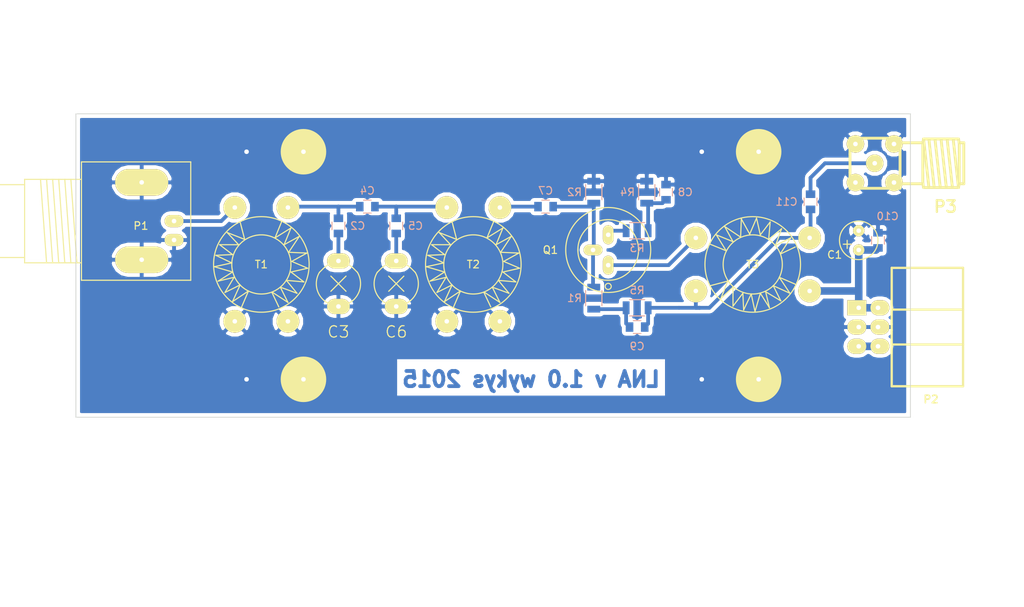
<source format=kicad_pcb>
(kicad_pcb (version 4) (host pcbnew 0.201504101001+5590~22~ubuntu14.04.1-product)

  (general
    (links 50)
    (no_connects 0)
    (area 0.964519 75 148 155.000001)
    (thickness 1.6)
    (drawings 7)
    (tracks 66)
    (zones 0)
    (modules 27)
    (nets 17)
  )

  (page A4)
  (layers
    (0 F.Cu signal hide)
    (31 B.Cu signal)
    (32 B.Adhes user)
    (33 F.Adhes user)
    (34 B.Paste user)
    (35 F.Paste user)
    (36 B.SilkS user)
    (37 F.SilkS user)
    (38 B.Mask user)
    (39 F.Mask user)
    (40 Dwgs.User user)
    (41 Cmts.User user)
    (42 Eco1.User user)
    (43 Eco2.User user)
    (44 Edge.Cuts user)
    (45 Margin user)
    (46 B.CrtYd user)
    (47 F.CrtYd user)
    (48 B.Fab user)
    (49 F.Fab user)
  )

  (setup
    (last_trace_width 0.25)
    (user_trace_width 0.5)
    (user_trace_width 0.8)
    (user_trace_width 1)
    (user_trace_width 1.5)
    (user_trace_width 1.8)
    (user_trace_width 2)
    (trace_clearance 0.2)
    (zone_clearance 0.5)
    (zone_45_only no)
    (trace_min 0.2)
    (segment_width 0.2)
    (edge_width 0.1)
    (via_size 3)
    (via_drill 0.6)
    (via_min_size 0.4)
    (via_min_drill 0.3)
    (uvia_size 0.3)
    (uvia_drill 0.1)
    (uvias_allowed no)
    (uvia_min_size 0.2)
    (uvia_min_drill 0.1)
    (pcb_text_width 0.3)
    (pcb_text_size 1.5 1.5)
    (mod_edge_width 0.15)
    (mod_text_size 1 1)
    (mod_text_width 0.15)
    (pad_size 6 6)
    (pad_drill 0.6)
    (pad_to_mask_clearance 0)
    (aux_axis_origin 0 0)
    (visible_elements FFFEFF7F)
    (pcbplotparams
      (layerselection 0x00030_80000001)
      (usegerberextensions false)
      (excludeedgelayer true)
      (linewidth 0.100000)
      (plotframeref false)
      (viasonmask false)
      (mode 1)
      (useauxorigin false)
      (hpglpennumber 1)
      (hpglpenspeed 20)
      (hpglpendiameter 15)
      (hpglpenoverlay 2)
      (psnegative false)
      (psa4output false)
      (plotreference true)
      (plotvalue true)
      (plotinvisibletext false)
      (padsonsilk false)
      (subtractmaskfromsilk false)
      (outputformat 5)
      (mirror false)
      (drillshape 0)
      (scaleselection 1)
      (outputdirectory out/))
  )

  (net 0 "")
  (net 1 GND)
  (net 2 +12V)
  (net 3 "Net-(C8-Pad2)")
  (net 4 "Net-(C9-Pad2)")
  (net 5 "Net-(Q1-Pad1)")
  (net 6 "Net-(Q1-Pad3)")
  (net 7 "Net-(C2-Pad1)")
  (net 8 "Net-(C2-Pad2)")
  (net 9 "Net-(C4-Pad1)")
  (net 10 "Net-(C5-Pad2)")
  (net 11 "Net-(C7-Pad1)")
  (net 12 "Net-(C7-Pad2)")
  (net 13 "Net-(C11-Pad2)")
  (net 14 "Net-(C11-Pad1)")
  (net 15 "Net-(P1-Pad1)")
  (net 16 +5V)

  (net_class Default "Toto je výchozí třída sítě."
    (clearance 0.2)
    (trace_width 0.25)
    (via_dia 3)
    (via_drill 0.6)
    (uvia_dia 0.3)
    (uvia_drill 0.1)
    (add_net +12V)
    (add_net +5V)
    (add_net GND)
    (add_net "Net-(C11-Pad1)")
    (add_net "Net-(C11-Pad2)")
    (add_net "Net-(C2-Pad1)")
    (add_net "Net-(C2-Pad2)")
    (add_net "Net-(C4-Pad1)")
    (add_net "Net-(C5-Pad2)")
    (add_net "Net-(C7-Pad1)")
    (add_net "Net-(C7-Pad2)")
    (add_net "Net-(C8-Pad2)")
    (add_net "Net-(C9-Pad2)")
    (add_net "Net-(P1-Pad1)")
    (add_net "Net-(Q1-Pad1)")
    (add_net "Net-(Q1-Pad3)")
  )

  (module Choke_Toroid_ThroughHole:Transformer_Toroid_horizontal_Diameter12-5mm_Amidon-T44 (layer F.Cu) (tedit 552106A9) (tstamp 552061FD)
    (at 109.22 109.855)
    (descr "Transformer, Toroid, horizontal, laying, Diameter 12,5mm, Amidon T44,")
    (tags "Transformer, Toroid, horizontal, laying, Diameter 12,5mm, Amidon T44,")
    (path /55209190)
    (fp_text reference T3 (at 0 0) (layer F.SilkS)
      (effects (font (size 1 1) (thickness 0.15)))
    )
    (fp_text value TR11 (at 0 7.62) (layer F.Fab)
      (effects (font (size 1 1) (thickness 0.15)))
    )
    (fp_line (start 3.70078 -1.39954) (end 5.6007 -2.30124) (layer F.SilkS) (width 0.15))
    (fp_line (start -5.69976 -2.70002) (end -3.50012 -1.80086) (layer F.SilkS) (width 0.15))
    (fp_line (start -3.50012 -1.80086) (end -4.8006 -3.8989) (layer F.SilkS) (width 0.15))
    (fp_line (start -4.8006 -3.8989) (end -2.60096 -2.99974) (layer F.SilkS) (width 0.15))
    (fp_line (start -2.60096 -2.99974) (end -3.70078 -5.00126) (layer F.SilkS) (width 0.15))
    (fp_line (start -3.70078 -5.00126) (end -1.6002 -3.59918) (layer F.SilkS) (width 0.15))
    (fp_line (start -1.6002 -3.59918) (end -1.50114 -5.99948) (layer F.SilkS) (width 0.15))
    (fp_line (start -1.50114 -5.99948) (end -0.39878 -4.0005) (layer F.SilkS) (width 0.15))
    (fp_line (start -0.39878 -4.0005) (end 0.50038 -6.10108) (layer F.SilkS) (width 0.15))
    (fp_line (start 0.50038 -6.10108) (end 1.00076 -3.8989) (layer F.SilkS) (width 0.15))
    (fp_line (start 1.00076 -3.8989) (end 2.30124 -5.6007) (layer F.SilkS) (width 0.15))
    (fp_line (start 2.30124 -5.6007) (end 2.10058 -3.29946) (layer F.SilkS) (width 0.15))
    (fp_line (start 2.10058 -3.29946) (end 3.79984 -4.699) (layer F.SilkS) (width 0.15))
    (fp_line (start 3.79984 -4.699) (end 2.99974 -2.49936) (layer F.SilkS) (width 0.15))
    (fp_line (start 2.99974 -2.49936) (end 5.00126 -3.50012) (layer F.SilkS) (width 0.15))
    (fp_line (start 5.00126 -3.50012) (end 3.70078 -1.50114) (layer F.SilkS) (width 0.15))
    (fp_line (start -5.6007 2.79908) (end -3.29946 2.19964) (layer F.SilkS) (width 0.15))
    (fp_line (start -3.29946 2.19964) (end -4.20116 4.50088) (layer F.SilkS) (width 0.15))
    (fp_line (start -4.20116 4.50088) (end -2.60096 2.99974) (layer F.SilkS) (width 0.15))
    (fp_line (start -2.60096 2.99974) (end -2.60096 5.4991) (layer F.SilkS) (width 0.15))
    (fp_line (start -2.60096 5.4991) (end -1.30048 3.79984) (layer F.SilkS) (width 0.15))
    (fp_line (start -1.30048 3.79984) (end -1.19888 5.99948) (layer F.SilkS) (width 0.15))
    (fp_line (start -1.19888 5.99948) (end -0.20066 3.8989) (layer F.SilkS) (width 0.15))
    (fp_line (start -0.20066 3.8989) (end 0.29972 6.20014) (layer F.SilkS) (width 0.15))
    (fp_line (start 0.29972 6.20014) (end 1.00076 3.79984) (layer F.SilkS) (width 0.15))
    (fp_line (start 1.00076 3.79984) (end 2.19964 5.69976) (layer F.SilkS) (width 0.15))
    (fp_line (start 2.19964 5.69976) (end 1.69926 3.59918) (layer F.SilkS) (width 0.15))
    (fp_line (start 1.69926 3.59918) (end 3.70078 4.8006) (layer F.SilkS) (width 0.15))
    (fp_line (start 3.70078 4.8006) (end 2.70002 2.79908) (layer F.SilkS) (width 0.15))
    (fp_line (start 2.70002 2.79908) (end 4.89966 3.79984) (layer F.SilkS) (width 0.15))
    (fp_line (start 4.89966 3.79984) (end 3.50012 1.69926) (layer F.SilkS) (width 0.15))
    (fp_line (start 3.50012 1.69926) (end 5.6007 2.60096) (layer F.SilkS) (width 0.15))
    (fp_circle (center 0 0) (end 3.8989 0) (layer F.SilkS) (width 0.15))
    (fp_circle (center 0 0) (end 6.2992 0) (layer F.SilkS) (width 0.15))
    (pad 3 thru_hole circle (at -7.50062 3.50012) (size 2.99974 2.99974) (drill 0.6) (layers *.Cu *.Mask F.SilkS)
      (net 13 "Net-(C11-Pad2)"))
    (pad 4 thru_hole circle (at 7.50062 3.50012) (size 2.99974 2.99974) (drill 0.6) (layers *.Cu *.Mask F.SilkS)
      (net 2 +12V))
    (pad 1 thru_hole circle (at -7.50062 -3.50012) (size 2.99974 2.99974) (drill 0.6) (layers *.Cu *.Mask F.SilkS)
      (net 5 "Net-(Q1-Pad1)"))
    (pad 2 thru_hole circle (at 7.50062 -3.50012) (size 2.99974 2.99974) (drill 0.6) (layers *.Cu *.Mask F.SilkS)
      (net 13 "Net-(C11-Pad2)"))
  )

  (module Choke_Toroid_ThroughHole:Transformer_Toroid_horizontal_Diameter12-5mm_Amidon-T44 (layer F.Cu) (tedit 552AF32D) (tstamp 552061ED)
    (at 44.45 109.855 270)
    (descr "Transformer, Toroid, horizontal, laying, Diameter 12,5mm, Amidon T44,")
    (tags "Transformer, Toroid, horizontal, laying, Diameter 12,5mm, Amidon T44,")
    (path /55208F00)
    (fp_text reference T1 (at 0 0 360) (layer F.SilkS)
      (effects (font (size 1 1) (thickness 0.15)))
    )
    (fp_text value TRXTOY (at 0 7.62 270) (layer F.Fab)
      (effects (font (size 1 1) (thickness 0.15)))
    )
    (fp_line (start 3.70078 -1.39954) (end 5.6007 -2.30124) (layer F.SilkS) (width 0.15))
    (fp_line (start -5.69976 -2.70002) (end -3.50012 -1.80086) (layer F.SilkS) (width 0.15))
    (fp_line (start -3.50012 -1.80086) (end -4.8006 -3.8989) (layer F.SilkS) (width 0.15))
    (fp_line (start -4.8006 -3.8989) (end -2.60096 -2.99974) (layer F.SilkS) (width 0.15))
    (fp_line (start -2.60096 -2.99974) (end -3.70078 -5.00126) (layer F.SilkS) (width 0.15))
    (fp_line (start -3.70078 -5.00126) (end -1.6002 -3.59918) (layer F.SilkS) (width 0.15))
    (fp_line (start -1.6002 -3.59918) (end -1.50114 -5.99948) (layer F.SilkS) (width 0.15))
    (fp_line (start -1.50114 -5.99948) (end -0.39878 -4.0005) (layer F.SilkS) (width 0.15))
    (fp_line (start -0.39878 -4.0005) (end 0.50038 -6.10108) (layer F.SilkS) (width 0.15))
    (fp_line (start 0.50038 -6.10108) (end 1.00076 -3.8989) (layer F.SilkS) (width 0.15))
    (fp_line (start 1.00076 -3.8989) (end 2.30124 -5.6007) (layer F.SilkS) (width 0.15))
    (fp_line (start 2.30124 -5.6007) (end 2.10058 -3.29946) (layer F.SilkS) (width 0.15))
    (fp_line (start 2.10058 -3.29946) (end 3.79984 -4.699) (layer F.SilkS) (width 0.15))
    (fp_line (start 3.79984 -4.699) (end 2.99974 -2.49936) (layer F.SilkS) (width 0.15))
    (fp_line (start 2.99974 -2.49936) (end 5.00126 -3.50012) (layer F.SilkS) (width 0.15))
    (fp_line (start 5.00126 -3.50012) (end 3.70078 -1.50114) (layer F.SilkS) (width 0.15))
    (fp_line (start -5.6007 2.79908) (end -3.29946 2.19964) (layer F.SilkS) (width 0.15))
    (fp_line (start -3.29946 2.19964) (end -4.20116 4.50088) (layer F.SilkS) (width 0.15))
    (fp_line (start -4.20116 4.50088) (end -2.60096 2.99974) (layer F.SilkS) (width 0.15))
    (fp_line (start -2.60096 2.99974) (end -2.60096 5.4991) (layer F.SilkS) (width 0.15))
    (fp_line (start -2.60096 5.4991) (end -1.30048 3.79984) (layer F.SilkS) (width 0.15))
    (fp_line (start -1.30048 3.79984) (end -1.19888 5.99948) (layer F.SilkS) (width 0.15))
    (fp_line (start -1.19888 5.99948) (end -0.20066 3.8989) (layer F.SilkS) (width 0.15))
    (fp_line (start -0.20066 3.8989) (end 0.29972 6.20014) (layer F.SilkS) (width 0.15))
    (fp_line (start 0.29972 6.20014) (end 1.00076 3.79984) (layer F.SilkS) (width 0.15))
    (fp_line (start 1.00076 3.79984) (end 2.19964 5.69976) (layer F.SilkS) (width 0.15))
    (fp_line (start 2.19964 5.69976) (end 1.69926 3.59918) (layer F.SilkS) (width 0.15))
    (fp_line (start 1.69926 3.59918) (end 3.70078 4.8006) (layer F.SilkS) (width 0.15))
    (fp_line (start 3.70078 4.8006) (end 2.70002 2.79908) (layer F.SilkS) (width 0.15))
    (fp_line (start 2.70002 2.79908) (end 4.89966 3.79984) (layer F.SilkS) (width 0.15))
    (fp_line (start 4.89966 3.79984) (end 3.50012 1.69926) (layer F.SilkS) (width 0.15))
    (fp_line (start 3.50012 1.69926) (end 5.6007 2.60096) (layer F.SilkS) (width 0.15))
    (fp_circle (center 0 0) (end 3.8989 0) (layer F.SilkS) (width 0.15))
    (fp_circle (center 0 0) (end 6.2992 0) (layer F.SilkS) (width 0.15))
    (pad 3 thru_hole circle (at -7.50062 3.50012 270) (size 2.99974 2.99974) (drill 0.6) (layers *.Cu *.Mask F.SilkS)
      (net 15 "Net-(P1-Pad1)"))
    (pad 4 thru_hole circle (at 7.50062 3.50012 270) (size 2.99974 2.99974) (drill 0.6) (layers *.Cu *.Mask F.SilkS)
      (net 1 GND))
    (pad 1 thru_hole circle (at -7.50062 -3.50012 270) (size 2.99974 2.99974) (drill 0.6) (layers *.Cu *.Mask F.SilkS)
      (net 7 "Net-(C2-Pad1)"))
    (pad 2 thru_hole circle (at 7.50062 -3.50012 270) (size 2.99974 2.99974) (drill 0.6) (layers *.Cu *.Mask F.SilkS)
      (net 1 GND))
  )

  (module Capacitors_Elko_ThroughHole:Elko_vert_11x5mm_RM2.5 (layer F.Cu) (tedit 552AF324) (tstamp 55206169)
    (at 123.19 107.95 90)
    (descr "Electrolytic Capacitor, vertical, diameter 5mm, radial, RM 2,5mm")
    (tags "Electrolytic Capacitor, vertical, diameter 5mm, radial, RM 2,5mm, Elko, Electrolytkondensator, Kondensator gepolt, Durchmesser 5mm")
    (path /54D803A1)
    (fp_text reference C1 (at -0.635 -3.175 180) (layer F.SilkS)
      (effects (font (size 1 1) (thickness 0.15)))
    )
    (fp_text value 10u/50v (at 1.27 5.08 90) (layer F.Fab)
      (effects (font (size 1 1) (thickness 0.15)))
    )
    (fp_line (start 0.2032 -1.524) (end 1.27 -1.524) (layer F.Cu) (width 0.15))
    (fp_line (start 0.762 -2.032) (end 0.762 -0.9906) (layer F.Cu) (width 0.15))
    (fp_line (start 1.27 -1.524) (end 0.2032 -1.524) (layer F.SilkS) (width 0.15))
    (fp_line (start 0.762 -2.032) (end 0.762 -0.9906) (layer F.SilkS) (width 0.15))
    (fp_circle (center 1.27 0) (end 3.81 0) (layer F.SilkS) (width 0.15))
    (pad 2 thru_hole circle (at 2.54 0 90) (size 1.50114 1.50114) (drill 0.6) (layers *.Cu *.Mask F.SilkS)
      (net 1 GND))
    (pad 1 thru_hole circle (at 0 0 90) (size 1.50114 1.50114) (drill 0.6) (layers *.Cu *.Mask F.SilkS)
      (net 2 +12V))
    (model Capacitors_Elko_ThroughHole.3dshapes/Elko_vert_11x5mm_RM2.5.wrl
      (at (xyz 0 0 0))
      (scale (xyz 1 1 1))
      (rotate (xyz 0 0 0))
    )
  )

  (module Capacitors_SMD:C_0805 (layer B.Cu) (tedit 552AF41E) (tstamp 5520616F)
    (at 54.61 104.775 270)
    (descr "Capacitor SMD 0805, reflow soldering, AVX (see smccp.pdf)")
    (tags "capacitor 0805")
    (path /55201DAB)
    (attr smd)
    (fp_text reference C2 (at 0 -2.54 360) (layer B.SilkS)
      (effects (font (size 1 1) (thickness 0.15)) (justify mirror))
    )
    (fp_text value 100p (at 0 -2.1 270) (layer B.Fab)
      (effects (font (size 1 1) (thickness 0.15)) (justify mirror))
    )
    (fp_line (start -1.8 1) (end 1.8 1) (layer B.CrtYd) (width 0.05))
    (fp_line (start -1.8 -1) (end 1.8 -1) (layer B.CrtYd) (width 0.05))
    (fp_line (start -1.8 1) (end -1.8 -1) (layer B.CrtYd) (width 0.05))
    (fp_line (start 1.8 1) (end 1.8 -1) (layer B.CrtYd) (width 0.05))
    (fp_line (start 0.5 0.85) (end -0.5 0.85) (layer B.SilkS) (width 0.15))
    (fp_line (start -0.5 -0.85) (end 0.5 -0.85) (layer B.SilkS) (width 0.15))
    (pad 1 smd rect (at -1 0 270) (size 1 1.25) (layers B.Cu B.Paste B.Mask)
      (net 7 "Net-(C2-Pad1)"))
    (pad 2 smd rect (at 1 0 270) (size 1 1.25) (layers B.Cu B.Paste B.Mask)
      (net 8 "Net-(C2-Pad2)"))
    (model Capacitors_SMD.3dshapes/C_0805.wrl
      (at (xyz 0 0 0))
      (scale (xyz 1 1 1))
      (rotate (xyz 0 0 0))
    )
  )

  (module SDRlib:CT-6-50p (layer F.Cu) (tedit 552AF345) (tstamp 55206175)
    (at 54.61 112.395 270)
    (path /55201E4F)
    (fp_text reference C3 (at 6.35 0 360) (layer F.SilkS)
      (effects (font (size 1.5 1.5) (thickness 0.15)))
    )
    (fp_text value 6-50p (at 0 -4 270) (layer F.Fab)
      (effects (font (size 1.5 1.5) (thickness 0.15)))
    )
    (fp_line (start -2 2) (end -1.5 2.5) (layer F.SilkS) (width 0.15))
    (fp_line (start -2 -2) (end -1.5 -2.5) (layer F.SilkS) (width 0.15))
    (fp_arc (start 0 0) (end -2 2) (angle 90) (layer F.SilkS) (width 0.15))
    (fp_arc (start 0 0) (end 2.5 -1.5) (angle -90) (layer F.SilkS) (width 0.15))
    (fp_arc (start 0 0) (end 2.5 1.5) (angle 90) (layer F.SilkS) (width 0.15))
    (fp_line (start 2.5 -1.5) (end 2.5 0) (layer F.SilkS) (width 0.15))
    (fp_line (start 2.5 0) (end 2.5 1.5) (layer F.SilkS) (width 0.15))
    (fp_line (start 1 1) (end -1 -1) (layer F.SilkS) (width 0.15))
    (fp_line (start -1 1) (end 1 -1) (layer F.SilkS) (width 0.15))
    (pad 1 thru_hole oval (at -3 0 270) (size 2 3) (drill 0.6) (layers *.Cu *.Mask F.SilkS)
      (net 8 "Net-(C2-Pad2)"))
    (pad 2 thru_hole oval (at 3 0 270) (size 2 3) (drill 0.6) (layers *.Cu *.Mask F.SilkS)
      (net 1 GND))
  )

  (module Capacitors_SMD:C_0805 (layer B.Cu) (tedit 5415D6EA) (tstamp 5520617B)
    (at 58.42 102.235 180)
    (descr "Capacitor SMD 0805, reflow soldering, AVX (see smccp.pdf)")
    (tags "capacitor 0805")
    (path /5520523D)
    (attr smd)
    (fp_text reference C4 (at 0 2.1 180) (layer B.SilkS)
      (effects (font (size 1 1) (thickness 0.15)) (justify mirror))
    )
    (fp_text value 4p7 (at 0 -2.1 180) (layer B.Fab)
      (effects (font (size 1 1) (thickness 0.15)) (justify mirror))
    )
    (fp_line (start -1.8 1) (end 1.8 1) (layer B.CrtYd) (width 0.05))
    (fp_line (start -1.8 -1) (end 1.8 -1) (layer B.CrtYd) (width 0.05))
    (fp_line (start -1.8 1) (end -1.8 -1) (layer B.CrtYd) (width 0.05))
    (fp_line (start 1.8 1) (end 1.8 -1) (layer B.CrtYd) (width 0.05))
    (fp_line (start 0.5 0.85) (end -0.5 0.85) (layer B.SilkS) (width 0.15))
    (fp_line (start -0.5 -0.85) (end 0.5 -0.85) (layer B.SilkS) (width 0.15))
    (pad 1 smd rect (at -1 0 180) (size 1 1.25) (layers B.Cu B.Paste B.Mask)
      (net 9 "Net-(C4-Pad1)"))
    (pad 2 smd rect (at 1 0 180) (size 1 1.25) (layers B.Cu B.Paste B.Mask)
      (net 7 "Net-(C2-Pad1)"))
    (model Capacitors_SMD.3dshapes/C_0805.wrl
      (at (xyz 0 0 0))
      (scale (xyz 1 1 1))
      (rotate (xyz 0 0 0))
    )
  )

  (module Capacitors_SMD:C_0805 (layer B.Cu) (tedit 552AF41B) (tstamp 55206181)
    (at 62.23 104.775 270)
    (descr "Capacitor SMD 0805, reflow soldering, AVX (see smccp.pdf)")
    (tags "capacitor 0805")
    (path /552026ED)
    (attr smd)
    (fp_text reference C5 (at 0 -2.54 360) (layer B.SilkS)
      (effects (font (size 1 1) (thickness 0.15)) (justify mirror))
    )
    (fp_text value 100p (at 0 -2.1 270) (layer B.Fab)
      (effects (font (size 1 1) (thickness 0.15)) (justify mirror))
    )
    (fp_line (start -1.8 1) (end 1.8 1) (layer B.CrtYd) (width 0.05))
    (fp_line (start -1.8 -1) (end 1.8 -1) (layer B.CrtYd) (width 0.05))
    (fp_line (start -1.8 1) (end -1.8 -1) (layer B.CrtYd) (width 0.05))
    (fp_line (start 1.8 1) (end 1.8 -1) (layer B.CrtYd) (width 0.05))
    (fp_line (start 0.5 0.85) (end -0.5 0.85) (layer B.SilkS) (width 0.15))
    (fp_line (start -0.5 -0.85) (end 0.5 -0.85) (layer B.SilkS) (width 0.15))
    (pad 1 smd rect (at -1 0 270) (size 1 1.25) (layers B.Cu B.Paste B.Mask)
      (net 9 "Net-(C4-Pad1)"))
    (pad 2 smd rect (at 1 0 270) (size 1 1.25) (layers B.Cu B.Paste B.Mask)
      (net 10 "Net-(C5-Pad2)"))
    (model Capacitors_SMD.3dshapes/C_0805.wrl
      (at (xyz 0 0 0))
      (scale (xyz 1 1 1))
      (rotate (xyz 0 0 0))
    )
  )

  (module SDRlib:CT-6-50p (layer F.Cu) (tedit 552AF349) (tstamp 55206187)
    (at 62.23 112.395 270)
    (path /552026F3)
    (fp_text reference C6 (at 6.35 0 360) (layer F.SilkS)
      (effects (font (size 1.5 1.5) (thickness 0.15)))
    )
    (fp_text value 6-50p (at 0 -4 270) (layer F.Fab)
      (effects (font (size 1.5 1.5) (thickness 0.15)))
    )
    (fp_line (start -2 2) (end -1.5 2.5) (layer F.SilkS) (width 0.15))
    (fp_line (start -2 -2) (end -1.5 -2.5) (layer F.SilkS) (width 0.15))
    (fp_arc (start 0 0) (end -2 2) (angle 90) (layer F.SilkS) (width 0.15))
    (fp_arc (start 0 0) (end 2.5 -1.5) (angle -90) (layer F.SilkS) (width 0.15))
    (fp_arc (start 0 0) (end 2.5 1.5) (angle 90) (layer F.SilkS) (width 0.15))
    (fp_line (start 2.5 -1.5) (end 2.5 0) (layer F.SilkS) (width 0.15))
    (fp_line (start 2.5 0) (end 2.5 1.5) (layer F.SilkS) (width 0.15))
    (fp_line (start 1 1) (end -1 -1) (layer F.SilkS) (width 0.15))
    (fp_line (start -1 1) (end 1 -1) (layer F.SilkS) (width 0.15))
    (pad 1 thru_hole oval (at -3 0 270) (size 2 3) (drill 0.6) (layers *.Cu *.Mask F.SilkS)
      (net 10 "Net-(C5-Pad2)"))
    (pad 2 thru_hole oval (at 3 0 270) (size 2 3) (drill 0.6) (layers *.Cu *.Mask F.SilkS)
      (net 1 GND))
  )

  (module Capacitors_SMD:C_0805 (layer B.Cu) (tedit 5415D6EA) (tstamp 5520618D)
    (at 81.915 102.235 180)
    (descr "Capacitor SMD 0805, reflow soldering, AVX (see smccp.pdf)")
    (tags "capacitor 0805")
    (path /54E4A3C9)
    (attr smd)
    (fp_text reference C7 (at 0 2.1 180) (layer B.SilkS)
      (effects (font (size 1 1) (thickness 0.15)) (justify mirror))
    )
    (fp_text value 100n (at 0 -2.1 180) (layer B.Fab)
      (effects (font (size 1 1) (thickness 0.15)) (justify mirror))
    )
    (fp_line (start -1.8 1) (end 1.8 1) (layer B.CrtYd) (width 0.05))
    (fp_line (start -1.8 -1) (end 1.8 -1) (layer B.CrtYd) (width 0.05))
    (fp_line (start -1.8 1) (end -1.8 -1) (layer B.CrtYd) (width 0.05))
    (fp_line (start 1.8 1) (end 1.8 -1) (layer B.CrtYd) (width 0.05))
    (fp_line (start 0.5 0.85) (end -0.5 0.85) (layer B.SilkS) (width 0.15))
    (fp_line (start -0.5 -0.85) (end 0.5 -0.85) (layer B.SilkS) (width 0.15))
    (pad 1 smd rect (at -1 0 180) (size 1 1.25) (layers B.Cu B.Paste B.Mask)
      (net 11 "Net-(C7-Pad1)"))
    (pad 2 smd rect (at 1 0 180) (size 1 1.25) (layers B.Cu B.Paste B.Mask)
      (net 12 "Net-(C7-Pad2)"))
    (model Capacitors_SMD.3dshapes/C_0805.wrl
      (at (xyz 0 0 0))
      (scale (xyz 1 1 1))
      (rotate (xyz 0 0 0))
    )
  )

  (module Capacitors_SMD:C_0805 (layer B.Cu) (tedit 552AF40D) (tstamp 55206193)
    (at 97.79 100.33 270)
    (descr "Capacitor SMD 0805, reflow soldering, AVX (see smccp.pdf)")
    (tags "capacitor 0805")
    (path /54E4B8E8)
    (attr smd)
    (fp_text reference C8 (at 0 -2.54 360) (layer B.SilkS)
      (effects (font (size 1 1) (thickness 0.15)) (justify mirror))
    )
    (fp_text value 100n (at 0 -2.1 270) (layer B.Fab)
      (effects (font (size 1 1) (thickness 0.15)) (justify mirror))
    )
    (fp_line (start -1.8 1) (end 1.8 1) (layer B.CrtYd) (width 0.05))
    (fp_line (start -1.8 -1) (end 1.8 -1) (layer B.CrtYd) (width 0.05))
    (fp_line (start -1.8 1) (end -1.8 -1) (layer B.CrtYd) (width 0.05))
    (fp_line (start 1.8 1) (end 1.8 -1) (layer B.CrtYd) (width 0.05))
    (fp_line (start 0.5 0.85) (end -0.5 0.85) (layer B.SilkS) (width 0.15))
    (fp_line (start -0.5 -0.85) (end 0.5 -0.85) (layer B.SilkS) (width 0.15))
    (pad 1 smd rect (at -1 0 270) (size 1 1.25) (layers B.Cu B.Paste B.Mask)
      (net 1 GND))
    (pad 2 smd rect (at 1 0 270) (size 1 1.25) (layers B.Cu B.Paste B.Mask)
      (net 3 "Net-(C8-Pad2)"))
    (model Capacitors_SMD.3dshapes/C_0805.wrl
      (at (xyz 0 0 0))
      (scale (xyz 1 1 1))
      (rotate (xyz 0 0 0))
    )
  )

  (module Capacitors_SMD:C_0805 (layer B.Cu) (tedit 552AF3F2) (tstamp 55206199)
    (at 93.98 118.11 180)
    (descr "Capacitor SMD 0805, reflow soldering, AVX (see smccp.pdf)")
    (tags "capacitor 0805")
    (path /54E4FD60)
    (attr smd)
    (fp_text reference C9 (at 0 -2.54 180) (layer B.SilkS)
      (effects (font (size 1 1) (thickness 0.15)) (justify mirror))
    )
    (fp_text value 100n (at 0 -2.1 180) (layer B.Fab)
      (effects (font (size 1 1) (thickness 0.15)) (justify mirror))
    )
    (fp_line (start -1.8 1) (end 1.8 1) (layer B.CrtYd) (width 0.05))
    (fp_line (start -1.8 -1) (end 1.8 -1) (layer B.CrtYd) (width 0.05))
    (fp_line (start -1.8 1) (end -1.8 -1) (layer B.CrtYd) (width 0.05))
    (fp_line (start 1.8 1) (end 1.8 -1) (layer B.CrtYd) (width 0.05))
    (fp_line (start 0.5 0.85) (end -0.5 0.85) (layer B.SilkS) (width 0.15))
    (fp_line (start -0.5 -0.85) (end 0.5 -0.85) (layer B.SilkS) (width 0.15))
    (pad 1 smd rect (at -1 0 180) (size 1 1.25) (layers B.Cu B.Paste B.Mask)
      (net 13 "Net-(C11-Pad2)"))
    (pad 2 smd rect (at 1 0 180) (size 1 1.25) (layers B.Cu B.Paste B.Mask)
      (net 4 "Net-(C9-Pad2)"))
    (model Capacitors_SMD.3dshapes/C_0805.wrl
      (at (xyz 0 0 0))
      (scale (xyz 1 1 1))
      (rotate (xyz 0 0 0))
    )
  )

  (module Capacitors_SMD:C_0805 (layer B.Cu) (tedit 552AF3E5) (tstamp 5520619F)
    (at 125.73 106.68 270)
    (descr "Capacitor SMD 0805, reflow soldering, AVX (see smccp.pdf)")
    (tags "capacitor 0805")
    (path /54E4A3E2)
    (attr smd)
    (fp_text reference C10 (at -3.175 -1.27 360) (layer B.SilkS)
      (effects (font (size 1 1) (thickness 0.15)) (justify mirror))
    )
    (fp_text value 100n (at 0 -2.1 270) (layer B.Fab)
      (effects (font (size 1 1) (thickness 0.15)) (justify mirror))
    )
    (fp_line (start -1.8 1) (end 1.8 1) (layer B.CrtYd) (width 0.05))
    (fp_line (start -1.8 -1) (end 1.8 -1) (layer B.CrtYd) (width 0.05))
    (fp_line (start -1.8 1) (end -1.8 -1) (layer B.CrtYd) (width 0.05))
    (fp_line (start 1.8 1) (end 1.8 -1) (layer B.CrtYd) (width 0.05))
    (fp_line (start 0.5 0.85) (end -0.5 0.85) (layer B.SilkS) (width 0.15))
    (fp_line (start -0.5 -0.85) (end 0.5 -0.85) (layer B.SilkS) (width 0.15))
    (pad 1 smd rect (at -1 0 270) (size 1 1.25) (layers B.Cu B.Paste B.Mask)
      (net 1 GND))
    (pad 2 smd rect (at 1 0 270) (size 1 1.25) (layers B.Cu B.Paste B.Mask)
      (net 2 +12V))
    (model Capacitors_SMD.3dshapes/C_0805.wrl
      (at (xyz 0 0 0))
      (scale (xyz 1 1 1))
      (rotate (xyz 0 0 0))
    )
  )

  (module Capacitors_SMD:C_0805 (layer B.Cu) (tedit 552AF3EB) (tstamp 552061A5)
    (at 116.84 101.6 270)
    (descr "Capacitor SMD 0805, reflow soldering, AVX (see smccp.pdf)")
    (tags "capacitor 0805")
    (path /54E4A3F0)
    (attr smd)
    (fp_text reference C11 (at 0 3.175 360) (layer B.SilkS)
      (effects (font (size 1 1) (thickness 0.15)) (justify mirror))
    )
    (fp_text value 100n (at 0 -2.1 270) (layer B.Fab)
      (effects (font (size 1 1) (thickness 0.15)) (justify mirror))
    )
    (fp_line (start -1.8 1) (end 1.8 1) (layer B.CrtYd) (width 0.05))
    (fp_line (start -1.8 -1) (end 1.8 -1) (layer B.CrtYd) (width 0.05))
    (fp_line (start -1.8 1) (end -1.8 -1) (layer B.CrtYd) (width 0.05))
    (fp_line (start 1.8 1) (end 1.8 -1) (layer B.CrtYd) (width 0.05))
    (fp_line (start 0.5 0.85) (end -0.5 0.85) (layer B.SilkS) (width 0.15))
    (fp_line (start -0.5 -0.85) (end 0.5 -0.85) (layer B.SilkS) (width 0.15))
    (pad 1 smd rect (at -1 0 270) (size 1 1.25) (layers B.Cu B.Paste B.Mask)
      (net 14 "Net-(C11-Pad1)"))
    (pad 2 smd rect (at 1 0 270) (size 1 1.25) (layers B.Cu B.Paste B.Mask)
      (net 13 "Net-(C11-Pad2)"))
    (model Capacitors_SMD.3dshapes/C_0805.wrl
      (at (xyz 0 0 0))
      (scale (xyz 1 1 1))
      (rotate (xyz 0 0 0))
    )
  )

  (module Sockets_BNC:BNC_Socket_TYCO-AMP_LargePads (layer F.Cu) (tedit 552AF338) (tstamp 552061AD)
    (at 27.94 104.14 90)
    (descr "BNC Socket TYCO AMP")
    (tags "BNC Socket TYCO AMP")
    (path /55207277)
    (fp_text reference P1 (at -0.635 0.635 180) (layer F.SilkS)
      (effects (font (size 1 1) (thickness 0.15)))
    )
    (fp_text value ANT (at 10.89914 -9.6012 180) (layer F.Fab)
      (effects (font (size 1 1) (thickness 0.15)))
    )
    (fp_line (start -5.4991 -11.80084) (end 5.4991 -12.60094) (layer F.SilkS) (width 0.15))
    (fp_line (start -5.4991 -11.00074) (end 5.4991 -11.80084) (layer F.SilkS) (width 0.15))
    (fp_line (start -5.4991 -10.20064) (end 5.4991 -11.00074) (layer F.SilkS) (width 0.15))
    (fp_line (start -5.4991 -9.40054) (end 5.4991 -10.20064) (layer F.SilkS) (width 0.15))
    (fp_line (start -5.4991 -8.60044) (end 5.4991 -9.40054) (layer F.SilkS) (width 0.15))
    (fp_line (start -5.4991 -7.80034) (end 5.4991 -8.60044) (layer F.SilkS) (width 0.15))
    (fp_circle (center 0 -22.69998) (end 1.00076 -22.69998) (layer F.SilkS) (width 0.15))
    (fp_line (start 4.8006 -14.69898) (end 4.8006 -26.70048) (layer F.SilkS) (width 0.15))
    (fp_line (start 4.8006 -26.70048) (end -4.8006 -26.70048) (layer F.SilkS) (width 0.15))
    (fp_line (start -4.8006 -26.70048) (end -4.8006 -14.69898) (layer F.SilkS) (width 0.15))
    (fp_line (start 5.4991 -7.2009) (end 5.4991 -14.69898) (layer F.SilkS) (width 0.15))
    (fp_line (start 5.4991 -14.69898) (end -5.4991 -14.69898) (layer F.SilkS) (width 0.15))
    (fp_line (start -5.4991 -14.69898) (end -5.4991 -7.2009) (layer F.SilkS) (width 0.15))
    (fp_line (start -7.80034 7.2009) (end 7.80034 7.2009) (layer F.SilkS) (width 0.15))
    (fp_line (start 7.80034 7.2009) (end 7.80034 -7.2009) (layer F.SilkS) (width 0.15))
    (fp_line (start 7.80034 -7.2009) (end -7.80034 -7.2009) (layer F.SilkS) (width 0.15))
    (fp_line (start -7.80034 -7.2009) (end -7.80034 7.2009) (layer F.SilkS) (width 0.15))
    (pad 2 thru_hole oval (at -5.09778 0.7366 90) (size 3.50012 7.00024) (drill 0.6) (layers *.Cu *.Mask F.SilkS)
      (net 1 GND))
    (pad 2 thru_hole oval (at 5.10032 0.7366 90) (size 3.50012 7.00024) (drill 0.6) (layers *.Cu *.Mask F.SilkS)
      (net 1 GND))
    (pad 1 thru_hole oval (at 0 5.00126 90) (size 1.6002 2.49936) (drill 0.6) (layers *.Cu *.Mask F.SilkS)
      (net 15 "Net-(P1-Pad1)"))
    (pad 2 thru_hole oval (at -2.49936 5.00126 90) (size 1.6002 2.49936) (drill 0.6) (layers *.Cu *.Mask F.SilkS)
      (net 1 GND))
    (model Sockets_BNC.3dshapes/BNC_Socket_TYCO-AMP_LargePads.wrl
      (at (xyz 0 0 0))
      (scale (xyz 0.3937 0.3937 0.3937))
      (rotate (xyz 0 0 0))
    )
  )

  (module SDRlib:vasch_strip_3x2_90 (layer F.Cu) (tedit 552AF31C) (tstamp 552061B7)
    (at 129.54 118.11 270)
    (descr "Box header 3x2pin 90° 2.54mm")
    (tags "CONN DEV")
    (path /54D7FA75)
    (fp_text reference P2 (at 9.525 -3.175 360) (layer F.SilkS)
      (effects (font (size 1 1) (thickness 0.2032)))
    )
    (fp_text value MLW6 (at 0 9 270) (layer F.SilkS) hide
      (effects (font (size 1 1) (thickness 0.2032)))
    )
    (fp_line (start -7.8 2) (end 7.8 2) (layer F.SilkS) (width 0.3048))
    (fp_line (start 7.8 -7.4) (end -7.8 -7.4) (layer F.SilkS) (width 0.3048))
    (fp_line (start -7.8 -7.4) (end -7.8 2) (layer F.SilkS) (width 0.3048))
    (fp_line (start 7.8 -7.4) (end 7.8 2) (layer F.SilkS) (width 0.3048))
    (fp_line (start 2.3 -7.4) (end 2.3 2) (layer F.SilkS) (width 0.29972))
    (fp_line (start -2.3 -7.4) (end -2.3 2) (layer F.SilkS) (width 0.29972))
    (pad 1 thru_hole rect (at -2.54 6.35 270) (size 2 2.5) (drill 0.6 (offset 0 0.25)) (layers *.Cu *.Mask F.SilkS)
      (net 2 +12V))
    (pad 2 thru_hole oval (at -2.54 3.81 270) (size 2 2.5) (drill 0.6 (offset 0 -0.25)) (layers *.Cu *.Mask F.SilkS)
      (net 2 +12V))
    (pad 3 thru_hole oval (at 0 6.35 270) (size 2 2.5) (drill 0.6 (offset 0 0.25)) (layers *.Cu *.Mask F.SilkS)
      (net 1 GND))
    (pad 4 thru_hole oval (at 0 3.81 270) (size 2 2.5) (drill 0.6 (offset 0 -0.25)) (layers *.Cu *.Mask F.SilkS)
      (net 1 GND))
    (pad 5 thru_hole oval (at 2.54 6.35 270) (size 2 2.5) (drill 0.6 (offset 0 0.25)) (layers *.Cu *.Mask F.SilkS)
      (net 16 +5V))
    (pad 6 thru_hole oval (at 2.54 3.81 270) (size 2 2.5) (drill 0.6 (offset 0 -0.25)) (layers *.Cu *.Mask F.SilkS)
      (net 16 +5V))
    (model walter/conn_strip/vasch_strip_3x2_90.wrl
      (at (xyz 0 0 0))
      (scale (xyz 1 1 1))
      (rotate (xyz 0 0 0))
    )
    (model ../../../../../home/wykys/Projects/Kicad_lib/walter/conn_strip/vasch_strip_3x2_90.wrl
      (at (xyz 0 0 0))
      (scale (xyz 1 1 1))
      (rotate (xyz 0 0 0))
    )
  )

  (module SDRlib:sma_90_r300.124.403 (layer F.Cu) (tedit 552AF535) (tstamp 552061C0)
    (at 129.54 96.52 90)
    (descr "SMA 90° female connector, reverse polarity, Radiall R300.124.403")
    (path /54E4A3EA)
    (fp_text reference P3 (at -5.715 5.08 180) (layer F.SilkS)
      (effects (font (thickness 0.3048)))
    )
    (fp_text value LNA_OUT (at 0 -9 90) (layer F.SilkS) hide
      (effects (font (thickness 0.3048)))
    )
    (fp_line (start 2.7 7.5) (end 2.7 6.9) (layer F.SilkS) (width 0.381))
    (fp_line (start -2.7 7.5) (end -2.7 6.9) (layer F.SilkS) (width 0.381))
    (fp_line (start -2.7 2.1) (end -2.7 -0.9) (layer F.SilkS) (width 0.381))
    (fp_line (start 2.7 -0.9) (end 2.7 2.1) (layer F.SilkS) (width 0.381))
    (fp_line (start -3.2 6.8) (end -2.7 6.9) (layer F.SilkS) (width 0.381))
    (fp_line (start -2.7 6.9) (end 2.7 6.9) (layer F.SilkS) (width 0.381))
    (fp_line (start 2.7 6.9) (end 3.2 6.8) (layer F.SilkS) (width 0.381))
    (fp_line (start -2.7 2.1) (end 2.7 2.1) (layer F.SilkS) (width 0.381))
    (fp_line (start 2.7 2.1) (end 3.2 2.2) (layer F.SilkS) (width 0.381))
    (fp_line (start -3.2 2.2) (end -2.7 2.1) (layer F.SilkS) (width 0.381))
    (fp_line (start -3.2 2.9) (end 3.2 2.2) (layer F.SilkS) (width 0.381))
    (fp_line (start -3.2 4.4) (end 3.2 3.7) (layer F.SilkS) (width 0.381))
    (fp_line (start -3.2 3.6) (end 3.2 2.9) (layer F.SilkS) (width 0.381))
    (fp_line (start -3.2 5.2) (end 3.2 4.5) (layer F.SilkS) (width 0.381))
    (fp_line (start -3.2 6) (end 3.2 5.3) (layer F.SilkS) (width 0.381))
    (fp_line (start -3.2 2.2) (end -3.2 6.8) (layer F.SilkS) (width 0.381))
    (fp_line (start -3.2 6.8) (end 3.2 6.1) (layer F.SilkS) (width 0.381))
    (fp_line (start 3.2 2.2) (end 3.2 6.8) (layer F.SilkS) (width 0.381))
    (fp_line (start -2.7 7.5) (end 2.7 7.5) (layer F.SilkS) (width 0.381))
    (fp_line (start -3.3 -0.9) (end -3.3 -7.5) (layer F.SilkS) (width 0.381))
    (fp_line (start -3.3 -7.5) (end 3.3 -7.5018) (layer F.SilkS) (width 0.381))
    (fp_line (start 3.3 -7.5) (end 3.3 -0.9) (layer F.SilkS) (width 0.381))
    (fp_line (start 3.3 -0.9) (end -3.3 -0.9) (layer F.SilkS) (width 0.381))
    (pad 1 thru_hole circle (at 0 -4.2418 90) (size 2.3 2.3) (drill 0.6) (layers *.Cu *.Mask F.SilkS)
      (net 14 "Net-(C11-Pad1)"))
    (pad 2 thru_hole circle (at 2.54 -6.7818 90) (size 2.3 2.3) (drill 0.6) (layers *.Cu *.Mask F.SilkS)
      (net 1 GND))
    (pad 2 thru_hole circle (at -2.54 -6.7818 90) (size 2.3 2.3) (drill 0.6) (layers *.Cu *.Mask F.SilkS)
      (net 1 GND))
    (pad 2 thru_hole circle (at -2.54 -1.7018 90) (size 2.3 2.3) (drill 0.6) (layers *.Cu *.Mask F.SilkS)
      (net 1 GND))
    (pad 2 thru_hole circle (at 2.54 -1.7018 90) (size 2.3 2.3) (drill 0.6) (layers *.Cu *.Mask F.SilkS)
      (net 1 GND))
    (model walter/conn_rf/sma_90_r300.124.403.wrl
      (at (xyz 0 0 0))
      (scale (xyz 1 1 1))
      (rotate (xyz 0 0 0))
    )
    (model ../../../../../home/wykys/Projects/Kicad_lib/walter/conn_rf/sma_90_r300.124.403.wrl
      (at (xyz 0 0 0))
      (scale (xyz 1 1 1))
      (rotate (xyz 0 0 0))
    )
  )

  (module Transistors_OldSowjetAera:OldSowjetaera_Transistor_Type-II_BigPads (layer F.Cu) (tedit 552AF307) (tstamp 552061C7)
    (at 90.17 107.95 90)
    (path /54E4A419)
    (fp_text reference Q1 (at 0 -7.62 180) (layer F.SilkS)
      (effects (font (size 1 1) (thickness 0.15)))
    )
    (fp_text value KF630D (at 0.1 7.6 90) (layer F.Fab)
      (effects (font (size 1 1) (thickness 0.15)))
    )
    (fp_circle (center -4.8 0) (end -4.8 0.4) (layer F.SilkS) (width 0.15))
    (fp_circle (center 0 0) (end 4 0) (layer F.SilkS) (width 0.15))
    (fp_circle (center 0 0) (end 5.6 0) (layer F.SilkS) (width 0.15))
    (pad 2 thru_hole oval (at 0 -2 90) (size 1.4 2.5) (drill 0.6) (layers *.Cu *.Mask F.SilkS)
      (net 11 "Net-(C7-Pad1)"))
    (pad 1 thru_hole oval (at -2 0 180) (size 1.4 2.5) (drill 0.6) (layers *.Cu *.Mask F.SilkS)
      (net 5 "Net-(Q1-Pad1)"))
    (pad 3 thru_hole oval (at 2 0 180) (size 1.4 2.5) (drill 0.6) (layers *.Cu *.Mask F.SilkS)
      (net 6 "Net-(Q1-Pad3)"))
    (model Transistors_OldSowjetAera.3dshapes/OldSowjetaera_Transistor_Type-II_BigPads.wrl
      (at (xyz 0 0 0))
      (scale (xyz 0.3937 0.3937 0.3937))
      (rotate (xyz 0 0 0))
    )
  )

  (module Resistors_SMD:R_1206 (layer B.Cu) (tedit 552AF3FF) (tstamp 552061CD)
    (at 88.265 114.3 90)
    (descr "Resistor SMD 1206, reflow soldering, Vishay (see dcrcw.pdf)")
    (tags "resistor 1206")
    (path /54E4A3AD)
    (attr smd)
    (fp_text reference R1 (at 0 -2.54 180) (layer B.SilkS)
      (effects (font (size 1 1) (thickness 0.15)) (justify mirror))
    )
    (fp_text value 560R (at 0 -2.3 90) (layer B.Fab)
      (effects (font (size 1 1) (thickness 0.15)) (justify mirror))
    )
    (fp_line (start -2.2 1.2) (end 2.2 1.2) (layer B.CrtYd) (width 0.05))
    (fp_line (start -2.2 -1.2) (end 2.2 -1.2) (layer B.CrtYd) (width 0.05))
    (fp_line (start -2.2 1.2) (end -2.2 -1.2) (layer B.CrtYd) (width 0.05))
    (fp_line (start 2.2 1.2) (end 2.2 -1.2) (layer B.CrtYd) (width 0.05))
    (fp_line (start 1 -1.075) (end -1 -1.075) (layer B.SilkS) (width 0.15))
    (fp_line (start -1 1.075) (end 1 1.075) (layer B.SilkS) (width 0.15))
    (pad 1 smd rect (at -1.45 0 90) (size 0.9 1.7) (layers B.Cu B.Paste B.Mask)
      (net 4 "Net-(C9-Pad2)"))
    (pad 2 smd rect (at 1.45 0 90) (size 0.9 1.7) (layers B.Cu B.Paste B.Mask)
      (net 11 "Net-(C7-Pad1)"))
    (model Resistors_SMD.3dshapes/R_1206.wrl
      (at (xyz 0 0 0))
      (scale (xyz 1 1 1))
      (rotate (xyz 0 0 0))
    )
  )

  (module Resistors_SMD:R_1206 (layer B.Cu) (tedit 552AF411) (tstamp 552061D3)
    (at 88.265 100.33 90)
    (descr "Resistor SMD 1206, reflow soldering, Vishay (see dcrcw.pdf)")
    (tags "resistor 1206")
    (path /54E4A3B3)
    (attr smd)
    (fp_text reference R2 (at 0 -2.54 180) (layer B.SilkS)
      (effects (font (size 1 1) (thickness 0.15)) (justify mirror))
    )
    (fp_text value 500R (at 0 -2.3 90) (layer B.Fab)
      (effects (font (size 1 1) (thickness 0.15)) (justify mirror))
    )
    (fp_line (start -2.2 1.2) (end 2.2 1.2) (layer B.CrtYd) (width 0.05))
    (fp_line (start -2.2 -1.2) (end 2.2 -1.2) (layer B.CrtYd) (width 0.05))
    (fp_line (start -2.2 1.2) (end -2.2 -1.2) (layer B.CrtYd) (width 0.05))
    (fp_line (start 2.2 1.2) (end 2.2 -1.2) (layer B.CrtYd) (width 0.05))
    (fp_line (start 1 -1.075) (end -1 -1.075) (layer B.SilkS) (width 0.15))
    (fp_line (start -1 1.075) (end 1 1.075) (layer B.SilkS) (width 0.15))
    (pad 1 smd rect (at -1.45 0 90) (size 0.9 1.7) (layers B.Cu B.Paste B.Mask)
      (net 11 "Net-(C7-Pad1)"))
    (pad 2 smd rect (at 1.45 0 90) (size 0.9 1.7) (layers B.Cu B.Paste B.Mask)
      (net 1 GND))
    (model Resistors_SMD.3dshapes/R_1206.wrl
      (at (xyz 0 0 0))
      (scale (xyz 1 1 1))
      (rotate (xyz 0 0 0))
    )
  )

  (module Resistors_SMD:R_1206 (layer B.Cu) (tedit 5415CFA7) (tstamp 552061D9)
    (at 93.98 105.41)
    (descr "Resistor SMD 1206, reflow soldering, Vishay (see dcrcw.pdf)")
    (tags "resistor 1206")
    (path /54E4AB32)
    (attr smd)
    (fp_text reference R3 (at 0 2.3) (layer B.SilkS)
      (effects (font (size 1 1) (thickness 0.15)) (justify mirror))
    )
    (fp_text value 4R7 (at 0 -2.3) (layer B.Fab)
      (effects (font (size 1 1) (thickness 0.15)) (justify mirror))
    )
    (fp_line (start -2.2 1.2) (end 2.2 1.2) (layer B.CrtYd) (width 0.05))
    (fp_line (start -2.2 -1.2) (end 2.2 -1.2) (layer B.CrtYd) (width 0.05))
    (fp_line (start -2.2 1.2) (end -2.2 -1.2) (layer B.CrtYd) (width 0.05))
    (fp_line (start 2.2 1.2) (end 2.2 -1.2) (layer B.CrtYd) (width 0.05))
    (fp_line (start 1 -1.075) (end -1 -1.075) (layer B.SilkS) (width 0.15))
    (fp_line (start -1 1.075) (end 1 1.075) (layer B.SilkS) (width 0.15))
    (pad 1 smd rect (at -1.45 0) (size 0.9 1.7) (layers B.Cu B.Paste B.Mask)
      (net 6 "Net-(Q1-Pad3)"))
    (pad 2 smd rect (at 1.45 0) (size 0.9 1.7) (layers B.Cu B.Paste B.Mask)
      (net 3 "Net-(C8-Pad2)"))
    (model Resistors_SMD.3dshapes/R_1206.wrl
      (at (xyz 0 0 0))
      (scale (xyz 1 1 1))
      (rotate (xyz 0 0 0))
    )
  )

  (module Resistors_SMD:R_1206 (layer B.Cu) (tedit 552AF408) (tstamp 552061DF)
    (at 95.25 100.33 90)
    (descr "Resistor SMD 1206, reflow soldering, Vishay (see dcrcw.pdf)")
    (tags "resistor 1206")
    (path /54E4A40B)
    (attr smd)
    (fp_text reference R4 (at 0 -2.54 180) (layer B.SilkS)
      (effects (font (size 1 1) (thickness 0.15)) (justify mirror))
    )
    (fp_text value 12R (at 0 -2.3 90) (layer B.Fab)
      (effects (font (size 1 1) (thickness 0.15)) (justify mirror))
    )
    (fp_line (start -2.2 1.2) (end 2.2 1.2) (layer B.CrtYd) (width 0.05))
    (fp_line (start -2.2 -1.2) (end 2.2 -1.2) (layer B.CrtYd) (width 0.05))
    (fp_line (start -2.2 1.2) (end -2.2 -1.2) (layer B.CrtYd) (width 0.05))
    (fp_line (start 2.2 1.2) (end 2.2 -1.2) (layer B.CrtYd) (width 0.05))
    (fp_line (start 1 -1.075) (end -1 -1.075) (layer B.SilkS) (width 0.15))
    (fp_line (start -1 1.075) (end 1 1.075) (layer B.SilkS) (width 0.15))
    (pad 1 smd rect (at -1.45 0 90) (size 0.9 1.7) (layers B.Cu B.Paste B.Mask)
      (net 3 "Net-(C8-Pad2)"))
    (pad 2 smd rect (at 1.45 0 90) (size 0.9 1.7) (layers B.Cu B.Paste B.Mask)
      (net 1 GND))
    (model Resistors_SMD.3dshapes/R_1206.wrl
      (at (xyz 0 0 0))
      (scale (xyz 1 1 1))
      (rotate (xyz 0 0 0))
    )
  )

  (module Resistors_SMD:R_1206 (layer B.Cu) (tedit 5415CFA7) (tstamp 552061E5)
    (at 93.98 115.57 180)
    (descr "Resistor SMD 1206, reflow soldering, Vishay (see dcrcw.pdf)")
    (tags "resistor 1206")
    (path /54E4FCE2)
    (attr smd)
    (fp_text reference R5 (at 0 2.3 180) (layer B.SilkS)
      (effects (font (size 1 1) (thickness 0.15)) (justify mirror))
    )
    (fp_text value 3k3 (at 0 -2.3 180) (layer B.Fab)
      (effects (font (size 1 1) (thickness 0.15)) (justify mirror))
    )
    (fp_line (start -2.2 1.2) (end 2.2 1.2) (layer B.CrtYd) (width 0.05))
    (fp_line (start -2.2 -1.2) (end 2.2 -1.2) (layer B.CrtYd) (width 0.05))
    (fp_line (start -2.2 1.2) (end -2.2 -1.2) (layer B.CrtYd) (width 0.05))
    (fp_line (start 2.2 1.2) (end 2.2 -1.2) (layer B.CrtYd) (width 0.05))
    (fp_line (start 1 -1.075) (end -1 -1.075) (layer B.SilkS) (width 0.15))
    (fp_line (start -1 1.075) (end 1 1.075) (layer B.SilkS) (width 0.15))
    (pad 1 smd rect (at -1.45 0 180) (size 0.9 1.7) (layers B.Cu B.Paste B.Mask)
      (net 13 "Net-(C11-Pad2)"))
    (pad 2 smd rect (at 1.45 0 180) (size 0.9 1.7) (layers B.Cu B.Paste B.Mask)
      (net 4 "Net-(C9-Pad2)"))
    (model Resistors_SMD.3dshapes/R_1206.wrl
      (at (xyz 0 0 0))
      (scale (xyz 1 1 1))
      (rotate (xyz 0 0 0))
    )
  )

  (module Choke_Toroid_ThroughHole:Transformer_Toroid_horizontal_Diameter12-5mm_Amidon-T44 (layer F.Cu) (tedit 552AF2FF) (tstamp 552061F5)
    (at 72.39 109.855 270)
    (descr "Transformer, Toroid, horizontal, laying, Diameter 12,5mm, Amidon T44,")
    (tags "Transformer, Toroid, horizontal, laying, Diameter 12,5mm, Amidon T44,")
    (path /552090AB)
    (fp_text reference T2 (at 0 0 360) (layer F.SilkS)
      (effects (font (size 1 1) (thickness 0.15)))
    )
    (fp_text value TRXTOY (at 0 7.62 270) (layer F.Fab)
      (effects (font (size 1 1) (thickness 0.15)))
    )
    (fp_line (start 3.70078 -1.39954) (end 5.6007 -2.30124) (layer F.SilkS) (width 0.15))
    (fp_line (start -5.69976 -2.70002) (end -3.50012 -1.80086) (layer F.SilkS) (width 0.15))
    (fp_line (start -3.50012 -1.80086) (end -4.8006 -3.8989) (layer F.SilkS) (width 0.15))
    (fp_line (start -4.8006 -3.8989) (end -2.60096 -2.99974) (layer F.SilkS) (width 0.15))
    (fp_line (start -2.60096 -2.99974) (end -3.70078 -5.00126) (layer F.SilkS) (width 0.15))
    (fp_line (start -3.70078 -5.00126) (end -1.6002 -3.59918) (layer F.SilkS) (width 0.15))
    (fp_line (start -1.6002 -3.59918) (end -1.50114 -5.99948) (layer F.SilkS) (width 0.15))
    (fp_line (start -1.50114 -5.99948) (end -0.39878 -4.0005) (layer F.SilkS) (width 0.15))
    (fp_line (start -0.39878 -4.0005) (end 0.50038 -6.10108) (layer F.SilkS) (width 0.15))
    (fp_line (start 0.50038 -6.10108) (end 1.00076 -3.8989) (layer F.SilkS) (width 0.15))
    (fp_line (start 1.00076 -3.8989) (end 2.30124 -5.6007) (layer F.SilkS) (width 0.15))
    (fp_line (start 2.30124 -5.6007) (end 2.10058 -3.29946) (layer F.SilkS) (width 0.15))
    (fp_line (start 2.10058 -3.29946) (end 3.79984 -4.699) (layer F.SilkS) (width 0.15))
    (fp_line (start 3.79984 -4.699) (end 2.99974 -2.49936) (layer F.SilkS) (width 0.15))
    (fp_line (start 2.99974 -2.49936) (end 5.00126 -3.50012) (layer F.SilkS) (width 0.15))
    (fp_line (start 5.00126 -3.50012) (end 3.70078 -1.50114) (layer F.SilkS) (width 0.15))
    (fp_line (start -5.6007 2.79908) (end -3.29946 2.19964) (layer F.SilkS) (width 0.15))
    (fp_line (start -3.29946 2.19964) (end -4.20116 4.50088) (layer F.SilkS) (width 0.15))
    (fp_line (start -4.20116 4.50088) (end -2.60096 2.99974) (layer F.SilkS) (width 0.15))
    (fp_line (start -2.60096 2.99974) (end -2.60096 5.4991) (layer F.SilkS) (width 0.15))
    (fp_line (start -2.60096 5.4991) (end -1.30048 3.79984) (layer F.SilkS) (width 0.15))
    (fp_line (start -1.30048 3.79984) (end -1.19888 5.99948) (layer F.SilkS) (width 0.15))
    (fp_line (start -1.19888 5.99948) (end -0.20066 3.8989) (layer F.SilkS) (width 0.15))
    (fp_line (start -0.20066 3.8989) (end 0.29972 6.20014) (layer F.SilkS) (width 0.15))
    (fp_line (start 0.29972 6.20014) (end 1.00076 3.79984) (layer F.SilkS) (width 0.15))
    (fp_line (start 1.00076 3.79984) (end 2.19964 5.69976) (layer F.SilkS) (width 0.15))
    (fp_line (start 2.19964 5.69976) (end 1.69926 3.59918) (layer F.SilkS) (width 0.15))
    (fp_line (start 1.69926 3.59918) (end 3.70078 4.8006) (layer F.SilkS) (width 0.15))
    (fp_line (start 3.70078 4.8006) (end 2.70002 2.79908) (layer F.SilkS) (width 0.15))
    (fp_line (start 2.70002 2.79908) (end 4.89966 3.79984) (layer F.SilkS) (width 0.15))
    (fp_line (start 4.89966 3.79984) (end 3.50012 1.69926) (layer F.SilkS) (width 0.15))
    (fp_line (start 3.50012 1.69926) (end 5.6007 2.60096) (layer F.SilkS) (width 0.15))
    (fp_circle (center 0 0) (end 3.8989 0) (layer F.SilkS) (width 0.15))
    (fp_circle (center 0 0) (end 6.2992 0) (layer F.SilkS) (width 0.15))
    (pad 1 thru_hole circle (at -7.50062 3.50012 270) (size 2.99974 2.99974) (drill 0.6) (layers *.Cu *.Mask F.SilkS)
      (net 9 "Net-(C4-Pad1)"))
    (pad 2 thru_hole circle (at 7.50062 3.50012 270) (size 2.99974 2.99974) (drill 0.6) (layers *.Cu *.Mask F.SilkS)
      (net 1 GND))
    (pad 3 thru_hole circle (at -7.50062 -3.50012 270) (size 2.99974 2.99974) (drill 0.6) (layers *.Cu *.Mask F.SilkS)
      (net 12 "Net-(C7-Pad2)"))
    (pad 4 thru_hole circle (at 7.50062 -3.50012 270) (size 2.99974 2.99974) (drill 0.6) (layers *.Cu *.Mask F.SilkS)
      (net 1 GND))
  )

  (module SDRlib:M3 (layer F.Cu) (tedit 552AF3AA) (tstamp 55206E1F)
    (at 50 95)
    (fp_text reference REF** (at 0 0.75) (layer F.SilkS) hide
      (effects (font (size 1.5 1.5) (thickness 0.15)))
    )
    (fp_text value M3 (at 0 -0.75) (layer F.Fab)
      (effects (font (size 1.5 1.5) (thickness 0.15)))
    )
    (pad 1 thru_hole circle (at 0 0) (size 6 6) (drill 0.6) (layers *.Cu *.Mask F.SilkS)
      (net 1 GND) (zone_connect 2))
  )

  (module SDRlib:M3 (layer F.Cu) (tedit 552AF3A3) (tstamp 55206E20)
    (at 50 125)
    (fp_text reference REF** (at 0 0.75) (layer F.SilkS) hide
      (effects (font (size 1.5 1.5) (thickness 0.15)))
    )
    (fp_text value M3 (at 0 -0.75) (layer F.Fab)
      (effects (font (size 1.5 1.5) (thickness 0.15)))
    )
    (pad 1 thru_hole circle (at 0 0) (size 6 6) (drill 0.6) (layers *.Cu *.Mask F.SilkS)
      (net 1 GND) (zone_connect 2))
  )

  (module SDRlib:M3 (layer F.Cu) (tedit 552AF39A) (tstamp 55206E21)
    (at 110 125)
    (fp_text reference REF** (at 0 0.75) (layer F.SilkS) hide
      (effects (font (size 1.5 1.5) (thickness 0.15)))
    )
    (fp_text value M3 (at 0 -0.75) (layer F.Fab)
      (effects (font (size 1.5 1.5) (thickness 0.15)))
    )
    (pad 1 thru_hole circle (at 0 0) (size 6 6) (drill 0.6) (layers *.Cu *.Mask F.SilkS)
      (net 1 GND) (zone_connect 2))
  )

  (module SDRlib:M3 (layer F.Cu) (tedit 552AF392) (tstamp 55206E22)
    (at 110 95)
    (fp_text reference REF** (at 0 0.75) (layer F.SilkS) hide
      (effects (font (size 1.5 1.5) (thickness 0.15)))
    )
    (fp_text value M3 (at 0 -0.75) (layer F.Fab)
      (effects (font (size 1.5 1.5) (thickness 0.15)))
    )
    (pad 1 thru_hole circle (at 0 0) (size 6 6) (drill 0.6) (layers *.Cu *.Mask F.SilkS)
      (net 1 GND) (zone_connect 2))
  )

  (dimension 40 (width 0.3) (layer Eco2.User)
    (gr_text "40,000 mm" (at 141.35 110 90) (layer Eco2.User)
      (effects (font (size 1.5 1.5) (thickness 0.3)) (justify mirror))
    )
    (feature1 (pts (xy 130 90) (xy 142.7 90)))
    (feature2 (pts (xy 130 130) (xy 142.7 130)))
    (crossbar (pts (xy 140 130) (xy 140 90)))
    (arrow1a (pts (xy 140 90) (xy 140.586421 91.126504)))
    (arrow1b (pts (xy 140 90) (xy 139.413579 91.126504)))
    (arrow2a (pts (xy 140 130) (xy 140.586421 128.873496)))
    (arrow2b (pts (xy 140 130) (xy 139.413579 128.873496)))
  )
  (gr_line (start 20 90) (end 20 130) (angle 90) (layer Edge.Cuts) (width 0.1))
  (gr_line (start 130 90) (end 20 90) (angle 90) (layer Edge.Cuts) (width 0.1))
  (gr_line (start 130 130) (end 130 90) (angle 90) (layer Edge.Cuts) (width 0.1))
  (gr_text "LNA v 1.0 wykys 2015" (at 80 125) (layer B.Cu)
    (effects (font (size 2 2) (thickness 0.5)) (justify mirror))
  )
  (dimension 110 (width 0.3) (layer Eco2.User)
    (gr_text "110,000 mm" (at 75 136.35) (layer Eco2.User)
      (effects (font (size 1.5 1.5) (thickness 0.3)) (justify mirror))
    )
    (feature1 (pts (xy 130 130) (xy 130 137.7)))
    (feature2 (pts (xy 20 130) (xy 20 137.7)))
    (crossbar (pts (xy 20 135) (xy 130 135)))
    (arrow1a (pts (xy 130 135) (xy 128.873496 135.586421)))
    (arrow1b (pts (xy 130 135) (xy 128.873496 134.413579)))
    (arrow2a (pts (xy 20 135) (xy 21.126504 135.586421)))
    (arrow2b (pts (xy 20 135) (xy 21.126504 134.413579)))
  )
  (gr_line (start 130 130) (end 20 130) (angle 90) (layer Edge.Cuts) (width 0.1))

  (via (at 102.5 125) (size 3) (layers F.Cu B.Cu) (net 0))
  (via (at 102.5 95) (size 3) (layers F.Cu B.Cu) (net 0))
  (via (at 42.5 125) (size 3) (layers F.Cu B.Cu) (net 0))
  (via (at 42.5 95) (size 3) (layers F.Cu B.Cu) (net 0))
  (segment (start 123.19 115.57) (end 121.92 115.57) (width 0.25) (layer B.Cu) (net 2))
  (segment (start 125.73 115.57) (end 123.19 115.57) (width 1) (layer B.Cu) (net 2))
  (segment (start 123.19 113.665) (end 123.19 107.95) (width 1) (layer B.Cu) (net 2) (tstamp 55211085))
  (segment (start 123.19 115.57) (end 123.19 113.665) (width 1) (layer B.Cu) (net 2))
  (segment (start 125.46 107.95) (end 125.73 107.68) (width 1) (layer B.Cu) (net 2) (tstamp 5521107F))
  (segment (start 123.19 107.95) (end 125.46 107.95) (width 1) (layer B.Cu) (net 2))
  (segment (start 123.19 113.35512) (end 123.19 113.665) (width 1) (layer B.Cu) (net 2) (tstamp 55211082))
  (segment (start 116.72062 113.35512) (end 123.19 113.35512) (width 1) (layer B.Cu) (net 2))
  (segment (start 95.25 101.78) (end 97.34 101.78) (width 0.5) (layer B.Cu) (net 3))
  (segment (start 97.34 101.78) (end 97.79 101.33) (width 0.25) (layer B.Cu) (net 3) (tstamp 55206C36))
  (segment (start 95.43 105.41) (end 95.43 101.96) (width 0.5) (layer B.Cu) (net 3))
  (segment (start 95.43 101.96) (end 95.25 101.78) (width 0.25) (layer B.Cu) (net 3) (tstamp 55206C33))
  (segment (start 92.53 115.57) (end 92.53 117.66) (width 0.5) (layer B.Cu) (net 4))
  (segment (start 92.53 117.66) (end 92.98 118.11) (width 0.25) (layer B.Cu) (net 4) (tstamp 55206C11))
  (segment (start 92.35 115.75) (end 92.53 115.57) (width 0.5) (layer B.Cu) (net 4) (tstamp 55210E26))
  (segment (start 88.265 115.75) (end 92.35 115.75) (width 0.5) (layer B.Cu) (net 4))
  (segment (start 98.12426 109.95) (end 101.71938 106.35488) (width 0.5) (layer B.Cu) (net 5) (tstamp 55211027))
  (segment (start 90.17 109.95) (end 98.12426 109.95) (width 0.5) (layer B.Cu) (net 5))
  (segment (start 92.53 105.41) (end 90.71 105.41) (width 0.5) (layer B.Cu) (net 6))
  (segment (start 90.71 105.41) (end 90.17 105.95) (width 0.25) (layer B.Cu) (net 6) (tstamp 55206C2F))
  (segment (start 54.61 103.775) (end 54.61 102.235) (width 0.5) (layer B.Cu) (net 7))
  (segment (start 57.42 102.235) (end 54.61 102.235) (width 0.5) (layer B.Cu) (net 7))
  (segment (start 54.61 102.235) (end 48.0695 102.235) (width 0.5) (layer B.Cu) (net 7) (tstamp 55206A42))
  (segment (start 48.0695 102.235) (end 47.95012 102.35438) (width 0.25) (layer B.Cu) (net 7) (tstamp 55206A36))
  (segment (start 54.61 109.395) (end 54.61 105.775) (width 0.5) (layer B.Cu) (net 8))
  (segment (start 62.23 103.775) (end 62.23 102.235) (width 0.5) (layer B.Cu) (net 9))
  (segment (start 59.42 102.235) (end 62.23 102.235) (width 0.5) (layer B.Cu) (net 9))
  (segment (start 62.23 102.235) (end 68.7705 102.235) (width 0.5) (layer B.Cu) (net 9) (tstamp 55206A3E))
  (segment (start 68.7705 102.235) (end 68.88988 102.35438) (width 0.25) (layer B.Cu) (net 9) (tstamp 55206A39))
  (segment (start 62.23 109.395) (end 62.23 105.775) (width 0.5) (layer B.Cu) (net 10))
  (segment (start 88.265 107.855) (end 88.17 107.95) (width 0.5) (layer B.Cu) (net 11) (tstamp 55210E1C))
  (segment (start 88.265 102.235) (end 88.265 107.855) (width 0.5) (layer B.Cu) (net 11) (tstamp 55210E24))
  (segment (start 88.265 101.78) (end 88.265 102.235) (width 0.5) (layer B.Cu) (net 11))
  (segment (start 88.17 112.755) (end 88.265 112.85) (width 0.5) (layer B.Cu) (net 11) (tstamp 55210E1F))
  (segment (start 88.17 107.95) (end 88.17 112.755) (width 0.5) (layer B.Cu) (net 11))
  (segment (start 82.915 102.235) (end 88.265 102.235) (width 0.5) (layer B.Cu) (net 11))
  (segment (start 76.2 102.66426) (end 75.89012 102.35438) (width 0.25) (layer B.Cu) (net 12) (tstamp 55206B73))
  (segment (start 76.0095 102.235) (end 75.89012 102.35438) (width 0.25) (layer B.Cu) (net 12) (tstamp 55210CEE))
  (segment (start 76.0095 102.235) (end 75.89012 102.35438) (width 0.5) (layer B.Cu) (net 12) (tstamp 55210E17))
  (segment (start 80.915 102.235) (end 76.0095 102.235) (width 0.5) (layer B.Cu) (net 12))
  (segment (start 95.43 115.57) (end 95.43 117.66) (width 0.5) (layer B.Cu) (net 13))
  (segment (start 95.43 117.66) (end 94.98 118.11) (width 0.5) (layer B.Cu) (net 13) (tstamp 55206C0E))
  (segment (start 116.84 106.2355) (end 116.72062 106.35488) (width 0.5) (layer B.Cu) (net 13) (tstamp 55211024))
  (segment (start 116.84 102.6) (end 116.84 106.2355) (width 0.5) (layer B.Cu) (net 13))
  (segment (start 112.72012 106.35488) (end 116.72062 106.35488) (width 0.5) (layer B.Cu) (net 13))
  (segment (start 106.045 113.03) (end 112.72012 106.35488) (width 0.5) (layer B.Cu) (net 13) (tstamp 5521108D))
  (segment (start 105.71988 113.35512) (end 106.045 113.03) (width 0.5) (layer B.Cu) (net 13))
  (segment (start 103.505 115.57) (end 106.045 113.03) (width 0.5) (layer B.Cu) (net 13) (tstamp 55211089))
  (segment (start 95.43 115.57) (end 99.5045 115.57) (width 0.5) (layer B.Cu) (net 13))
  (segment (start 102.235 115.57) (end 103.505 115.57) (width 0.5) (layer B.Cu) (net 13) (tstamp 55211092))
  (segment (start 99.5045 115.57) (end 102.235 115.57) (width 0.5) (layer B.Cu) (net 13))
  (segment (start 101.71938 115.57) (end 102.235 115.57) (width 0.5) (layer B.Cu) (net 13) (tstamp 5521108F))
  (segment (start 101.71938 113.35512) (end 101.71938 115.57) (width 0.5) (layer B.Cu) (net 13))
  (segment (start 118.745 96.52) (end 116.84 98.425) (width 0.5) (layer B.Cu) (net 14) (tstamp 55211020))
  (segment (start 116.84 98.425) (end 116.84 100.6) (width 0.5) (layer B.Cu) (net 14) (tstamp 55211021))
  (segment (start 125.2982 96.52) (end 118.745 96.52) (width 0.5) (layer B.Cu) (net 14))
  (segment (start 40.8305 102.235) (end 40.94988 102.35438) (width 0.25) (layer B.Cu) (net 15) (tstamp 55210485))
  (segment (start 40.64 102.0445) (end 40.94988 102.35438) (width 0.25) (layer B.Cu) (net 15) (tstamp 55206CFB))
  (segment (start 40.94988 102.35438) (end 40.94988 101.92512) (width 0.25) (layer B.Cu) (net 15))
  (segment (start 39.16426 104.14) (end 40.94988 102.35438) (width 0.5) (layer B.Cu) (net 15) (tstamp 55210DB0))
  (segment (start 32.94126 104.14) (end 39.16426 104.14) (width 0.5) (layer B.Cu) (net 15))
  (segment (start 125.73 120.65) (end 123.19 120.65) (width 1) (layer B.Cu) (net 16))

  (zone (net 1) (net_name GND) (layer B.Cu) (tstamp 55206E75) (hatch edge 0.508)
    (connect_pads (clearance 0.5))
    (min_thickness 0.3)
    (fill yes (arc_segments 16) (thermal_gap 0.508) (thermal_bridge_width 0.508))
    (polygon
      (pts
        (xy 145 150) (xy 10 155) (xy 10 75) (xy 145 75)
      )
    )
    (filled_polygon
      (pts
        (xy 129.3 129.3) (xy 128.949558 129.3) (xy 128.949558 100.318436) (xy 127.8382 99.207078) (xy 127.691122 99.354156)
        (xy 126.726842 100.318436) (xy 126.840528 100.610113) (xy 127.509674 100.87391) (xy 128.228835 100.861556) (xy 128.835872 100.610113)
        (xy 128.949558 100.318436) (xy 128.949558 129.3) (xy 127.917223 129.3) (xy 127.917223 120.65) (xy 127.917223 115.57)
        (xy 127.791624 114.938572) (xy 127.433949 114.403274) (xy 126.898651 114.045599) (xy 126.267223 113.92) (xy 125.692777 113.92)
        (xy 125.061349 114.045599) (xy 124.756696 114.249161) (xy 124.661555 114.104326) (xy 124.445537 113.958512) (xy 124.34 113.937347)
        (xy 124.34 113.665) (xy 124.34 113.35512) (xy 124.34 109.1) (xy 125.46 109.1) (xy 125.900086 109.012461)
        (xy 126.154101 108.842734) (xy 126.355 108.842734) (xy 126.602843 108.794647) (xy 126.820674 108.651555) (xy 126.966488 108.435537)
        (xy 127.017734 108.18) (xy 127.017734 107.18) (xy 126.969647 106.932157) (xy 126.826555 106.714326) (xy 126.781582 106.683969)
        (xy 126.912826 106.552727) (xy 127.013 106.310884) (xy 127.013 105.9485) (xy 127.013 105.4115) (xy 127.013 105.049116)
        (xy 126.912826 104.807273) (xy 126.727727 104.622175) (xy 126.485885 104.522) (xy 126.224116 104.522) (xy 125.9985 104.522)
        (xy 125.834 104.6865) (xy 125.834 105.576) (xy 126.8485 105.576) (xy 127.013 105.4115) (xy 127.013 105.9485)
        (xy 126.8485 105.784) (xy 125.834 105.784) (xy 125.834 105.804) (xy 125.626 105.804) (xy 125.626 105.784)
        (xy 125.606 105.784) (xy 125.606 105.576) (xy 125.626 105.576) (xy 125.626 104.6865) (xy 125.4615 104.522)
        (xy 125.235884 104.522) (xy 124.974115 104.522) (xy 124.732273 104.622175) (xy 124.57211 104.782337) (xy 124.547174 104.807273)
        (xy 124.510685 104.895364) (xy 124.409962 104.652197) (xy 124.15973 104.587348) (xy 124.012652 104.734426) (xy 124.012652 104.44027)
        (xy 123.947803 104.190038) (xy 123.869558 104.160631) (xy 123.869558 100.318436) (xy 122.7582 99.207078) (xy 122.611122 99.354156)
        (xy 122.611122 99.06) (xy 121.499764 97.948642) (xy 121.208087 98.062328) (xy 120.94429 98.731474) (xy 120.956644 99.450635)
        (xy 121.208087 100.057672) (xy 121.499764 100.171358) (xy 122.611122 99.06) (xy 122.611122 99.354156) (xy 121.646842 100.318436)
        (xy 121.760528 100.610113) (xy 122.429674 100.87391) (xy 123.148835 100.861556) (xy 123.755872 100.610113) (xy 123.869558 100.318436)
        (xy 123.869558 104.160631) (xy 123.42326 103.992904) (xy 122.863204 104.011509) (xy 122.432197 104.190038) (xy 122.367348 104.44027)
        (xy 123.19 105.262922) (xy 124.012652 104.44027) (xy 124.012652 104.734426) (xy 123.337078 105.41) (xy 124.15973 106.232652)
        (xy 124.409962 106.167803) (xy 124.447 106.06925) (xy 124.447 106.310884) (xy 124.547174 106.552727) (xy 124.67769 106.683243)
        (xy 124.639326 106.708445) (xy 124.577525 106.8) (xy 124.020984 106.8) (xy 123.984395 106.763347) (xy 123.80531 106.688984)
        (xy 123.947803 106.629962) (xy 124.012652 106.37973) (xy 123.19 105.557078) (xy 123.042922 105.704156) (xy 123.042922 105.41)
        (xy 122.22027 104.587348) (xy 121.970038 104.652197) (xy 121.772904 105.17674) (xy 121.791509 105.736796) (xy 121.970038 106.167803)
        (xy 122.22027 106.232652) (xy 123.042922 105.41) (xy 123.042922 105.704156) (xy 122.367348 106.37973) (xy 122.432197 106.629962)
        (xy 122.581417 106.686042) (xy 122.397677 106.761962) (xy 122.003347 107.155605) (xy 121.789673 107.670187) (xy 121.789187 108.227368)
        (xy 122.001962 108.742323) (xy 122.04 108.780427) (xy 122.04 112.20512) (xy 118.571611 112.20512) (xy 118.544253 112.138908)
        (xy 117.940013 111.533612) (xy 117.150132 111.205624) (xy 116.294861 111.204878) (xy 115.504408 111.531487) (xy 114.899112 112.135727)
        (xy 114.571124 112.925608) (xy 114.570378 113.780879) (xy 114.896987 114.571332) (xy 115.501227 115.176628) (xy 116.291108 115.504616)
        (xy 117.146379 115.505362) (xy 117.936832 115.178753) (xy 118.542128 114.574513) (xy 118.570942 114.50512) (xy 121.040277 114.50512)
        (xy 121.027266 114.57) (xy 121.027266 116.57) (xy 121.075353 116.817843) (xy 121.218445 117.035674) (xy 121.370275 117.138161)
        (xy 121.118409 117.571594) (xy 121.071907 117.748423) (xy 121.200125 118.006) (xy 122.836 118.006) (xy 122.836 117.986)
        (xy 123.044 117.986) (xy 123.044 118.006) (xy 124.240125 118.006) (xy 124.679875 118.006) (xy 125.876 118.006)
        (xy 125.876 117.986) (xy 126.084 117.986) (xy 126.084 118.006) (xy 127.719875 118.006) (xy 127.848093 117.748423)
        (xy 127.801591 117.571594) (xy 127.475922 117.011156) (xy 127.264557 116.84991) (xy 127.433949 116.736726) (xy 127.791624 116.201428)
        (xy 127.917223 115.57) (xy 127.917223 120.65) (xy 127.791624 120.018572) (xy 127.433949 119.483274) (xy 127.264557 119.370089)
        (xy 127.475922 119.208844) (xy 127.801591 118.648406) (xy 127.848093 118.471577) (xy 127.719875 118.214) (xy 126.084 118.214)
        (xy 126.084 118.234) (xy 125.876 118.234) (xy 125.876 118.214) (xy 124.679875 118.214) (xy 124.240125 118.214)
        (xy 123.044 118.214) (xy 123.044 118.234) (xy 122.836 118.234) (xy 122.836 118.214) (xy 121.200125 118.214)
        (xy 121.071907 118.471577) (xy 121.118409 118.648406) (xy 121.444078 119.208844) (xy 121.655442 119.370089) (xy 121.486051 119.483274)
        (xy 121.128376 120.018572) (xy 121.002777 120.65) (xy 121.128376 121.281428) (xy 121.486051 121.816726) (xy 122.021349 122.174401)
        (xy 122.652777 122.3) (xy 123.227223 122.3) (xy 123.858651 122.174401) (xy 124.393949 121.816726) (xy 124.405124 121.8)
        (xy 124.514875 121.8) (xy 124.526051 121.816726) (xy 125.061349 122.174401) (xy 125.692777 122.3) (xy 126.267223 122.3)
        (xy 126.898651 122.174401) (xy 127.433949 121.816726) (xy 127.791624 121.281428) (xy 127.917223 120.65) (xy 127.917223 129.3)
        (xy 97.804765 129.3) (xy 97.804765 127.3) (xy 97.804765 122.2) (xy 78.051362 122.2) (xy 78.051362 117.767534)
        (xy 78.04448 116.909107) (xy 77.729215 116.14799) (xy 77.401198 115.99162) (xy 77.25412 116.138698) (xy 77.25412 115.844542)
        (xy 77.09775 115.516525) (xy 76.302034 115.194378) (xy 75.443607 115.20126) (xy 74.68249 115.516525) (xy 74.52612 115.844542)
        (xy 75.89012 117.208542) (xy 77.25412 115.844542) (xy 77.25412 116.138698) (xy 76.037198 117.35562) (xy 77.401198 118.71962)
        (xy 77.729215 118.56325) (xy 78.051362 117.767534) (xy 78.051362 122.2) (xy 77.25412 122.2) (xy 77.25412 118.866698)
        (xy 75.89012 117.502698) (xy 75.743042 117.649776) (xy 75.743042 117.35562) (xy 74.379042 115.99162) (xy 74.051025 116.14799)
        (xy 73.728878 116.943706) (xy 73.73576 117.802133) (xy 74.051025 118.56325) (xy 74.379042 118.71962) (xy 75.743042 117.35562)
        (xy 75.743042 117.649776) (xy 74.52612 118.866698) (xy 74.68249 119.194715) (xy 75.478206 119.516862) (xy 76.336633 119.50998)
        (xy 77.09775 119.194715) (xy 77.25412 118.866698) (xy 77.25412 122.2) (xy 71.051122 122.2) (xy 71.051122 117.767534)
        (xy 71.04424 116.909107) (xy 71.040122 116.899165) (xy 71.040122 101.928621) (xy 70.713513 101.138168) (xy 70.109273 100.532872)
        (xy 69.319392 100.204884) (xy 68.464121 100.204138) (xy 67.673668 100.530747) (xy 67.068372 101.134987) (xy 66.985319 101.335)
        (xy 62.23 101.335) (xy 60.516807 101.335) (xy 60.391555 101.144326) (xy 60.175537 100.998512) (xy 59.92 100.947266)
        (xy 58.92 100.947266) (xy 58.672157 100.995353) (xy 58.454326 101.138445) (xy 58.420555 101.188474) (xy 58.391555 101.144326)
        (xy 58.175537 100.998512) (xy 57.92 100.947266) (xy 56.92 100.947266) (xy 56.672157 100.995353) (xy 56.454326 101.138445)
        (xy 56.321649 101.335) (xy 54.61 101.335) (xy 49.855082 101.335) (xy 49.773753 101.138168) (xy 49.169513 100.532872)
        (xy 48.379632 100.204884) (xy 47.524361 100.204138) (xy 46.733908 100.530747) (xy 46.128612 101.134987) (xy 45.800624 101.924868)
        (xy 45.799878 102.780139) (xy 46.126487 103.570592) (xy 46.730727 104.175888) (xy 47.520608 104.503876) (xy 48.375879 104.504622)
        (xy 49.166332 104.178013) (xy 49.771628 103.573773) (xy 49.953822 103.135) (xy 53.350341 103.135) (xy 53.322266 103.275)
        (xy 53.322266 104.275) (xy 53.370353 104.522843) (xy 53.513445 104.740674) (xy 53.563474 104.774444) (xy 53.519326 104.803445)
        (xy 53.373512 105.019463) (xy 53.322266 105.275) (xy 53.322266 106.275) (xy 53.370353 106.522843) (xy 53.513445 106.740674)
        (xy 53.71 106.87335) (xy 53.71 107.816186) (xy 53.436451 107.870599) (xy 52.901153 108.228274) (xy 52.543478 108.763572)
        (xy 52.417879 109.395) (xy 52.543478 110.026428) (xy 52.901153 110.561726) (xy 53.436451 110.919401) (xy 54.067879 111.045)
        (xy 55.152121 111.045) (xy 55.783549 110.919401) (xy 56.318847 110.561726) (xy 56.676522 110.026428) (xy 56.802121 109.395)
        (xy 56.676522 108.763572) (xy 56.318847 108.228274) (xy 55.783549 107.870599) (xy 55.51 107.816186) (xy 55.51 106.871807)
        (xy 55.700674 106.746555) (xy 55.846488 106.530537) (xy 55.897734 106.275) (xy 55.897734 105.275) (xy 55.849647 105.027157)
        (xy 55.706555 104.809326) (xy 55.656525 104.775555) (xy 55.700674 104.746555) (xy 55.846488 104.530537) (xy 55.897734 104.275)
        (xy 55.897734 103.275) (xy 55.87057 103.135) (xy 56.323192 103.135) (xy 56.448445 103.325674) (xy 56.664463 103.471488)
        (xy 56.92 103.522734) (xy 57.92 103.522734) (xy 58.167843 103.474647) (xy 58.385674 103.331555) (xy 58.419444 103.281525)
        (xy 58.448445 103.325674) (xy 58.664463 103.471488) (xy 58.92 103.522734) (xy 59.92 103.522734) (xy 60.167843 103.474647)
        (xy 60.385674 103.331555) (xy 60.51835 103.135) (xy 60.970341 103.135) (xy 60.942266 103.275) (xy 60.942266 104.275)
        (xy 60.990353 104.522843) (xy 61.133445 104.740674) (xy 61.183474 104.774444) (xy 61.139326 104.803445) (xy 60.993512 105.019463)
        (xy 60.942266 105.275) (xy 60.942266 106.275) (xy 60.990353 106.522843) (xy 61.133445 106.740674) (xy 61.33 106.87335)
        (xy 61.33 107.816186) (xy 61.056451 107.870599) (xy 60.521153 108.228274) (xy 60.163478 108.763572) (xy 60.037879 109.395)
        (xy 60.163478 110.026428) (xy 60.521153 110.561726) (xy 61.056451 110.919401) (xy 61.687879 111.045) (xy 62.772121 111.045)
        (xy 63.403549 110.919401) (xy 63.938847 110.561726) (xy 64.296522 110.026428) (xy 64.422121 109.395) (xy 64.296522 108.763572)
        (xy 63.938847 108.228274) (xy 63.403549 107.870599) (xy 63.13 107.816186) (xy 63.13 106.871807) (xy 63.320674 106.746555)
        (xy 63.466488 106.530537) (xy 63.517734 106.275) (xy 63.517734 105.275) (xy 63.469647 105.027157) (xy 63.326555 104.809326)
        (xy 63.276525 104.775555) (xy 63.320674 104.746555) (xy 63.466488 104.530537) (xy 63.517734 104.275) (xy 63.517734 103.275)
        (xy 63.49057 103.135) (xy 66.886263 103.135) (xy 67.066247 103.570592) (xy 67.670487 104.175888) (xy 68.460368 104.503876)
        (xy 69.315639 104.504622) (xy 70.106092 104.178013) (xy 70.711388 103.573773) (xy 71.039376 102.783892) (xy 71.040122 101.928621)
        (xy 71.040122 116.899165) (xy 70.728975 116.14799) (xy 70.400958 115.99162) (xy 70.25388 116.138698) (xy 70.25388 115.844542)
        (xy 70.09751 115.516525) (xy 69.301794 115.194378) (xy 68.443367 115.20126) (xy 67.68225 115.516525) (xy 67.52588 115.844542)
        (xy 68.88988 117.208542) (xy 70.25388 115.844542) (xy 70.25388 116.138698) (xy 69.036958 117.35562) (xy 70.400958 118.71962)
        (xy 70.728975 118.56325) (xy 71.051122 117.767534) (xy 71.051122 122.2) (xy 70.25388 122.2) (xy 70.25388 118.866698)
        (xy 68.88988 117.502698) (xy 68.742802 117.649776) (xy 68.742802 117.35562) (xy 67.378802 115.99162) (xy 67.050785 116.14799)
        (xy 66.728638 116.943706) (xy 66.73552 117.802133) (xy 67.050785 118.56325) (xy 67.378802 118.71962) (xy 68.742802 117.35562)
        (xy 68.742802 117.649776) (xy 67.52588 118.866698) (xy 67.68225 119.194715) (xy 68.477966 119.516862) (xy 69.336393 119.50998)
        (xy 70.09751 119.194715) (xy 70.25388 118.866698) (xy 70.25388 122.2) (xy 64.348093 122.2) (xy 64.348093 115.756577)
        (xy 64.348093 115.033423) (xy 64.301591 114.856594) (xy 63.975922 114.296156) (xy 63.460573 113.903007) (xy 62.834 113.737)
        (xy 62.334 113.737) (xy 62.334 115.291) (xy 64.219875 115.291) (xy 64.348093 115.033423) (xy 64.348093 115.756577)
        (xy 64.219875 115.499) (xy 62.334 115.499) (xy 62.334 117.053) (xy 62.834 117.053) (xy 63.460573 116.886993)
        (xy 63.975922 116.493844) (xy 64.301591 115.933406) (xy 64.348093 115.756577) (xy 64.348093 122.2) (xy 62.195236 122.2)
        (xy 62.195236 127.3) (xy 97.804765 127.3) (xy 97.804765 129.3) (xy 62.126 129.3) (xy 62.126 117.053)
        (xy 62.126 115.499) (xy 62.126 115.291) (xy 62.126 113.737) (xy 61.626 113.737) (xy 60.999427 113.903007)
        (xy 60.484078 114.296156) (xy 60.158409 114.856594) (xy 60.111907 115.033423) (xy 60.240125 115.291) (xy 62.126 115.291)
        (xy 62.126 115.499) (xy 60.240125 115.499) (xy 60.111907 115.756577) (xy 60.158409 115.933406) (xy 60.484078 116.493844)
        (xy 60.999427 116.886993) (xy 61.626 117.053) (xy 62.126 117.053) (xy 62.126 129.3) (xy 56.728093 129.3)
        (xy 56.728093 115.756577) (xy 56.728093 115.033423) (xy 56.681591 114.856594) (xy 56.355922 114.296156) (xy 55.840573 113.903007)
        (xy 55.214 113.737) (xy 54.714 113.737) (xy 54.714 115.291) (xy 56.599875 115.291) (xy 56.728093 115.033423)
        (xy 56.728093 115.756577) (xy 56.599875 115.499) (xy 54.714 115.499) (xy 54.714 117.053) (xy 55.214 117.053)
        (xy 55.840573 116.886993) (xy 56.355922 116.493844) (xy 56.681591 115.933406) (xy 56.728093 115.756577) (xy 56.728093 129.3)
        (xy 54.506 129.3) (xy 54.506 117.053) (xy 54.506 115.499) (xy 54.506 115.291) (xy 54.506 113.737)
        (xy 54.006 113.737) (xy 53.379427 113.903007) (xy 52.864078 114.296156) (xy 52.538409 114.856594) (xy 52.491907 115.033423)
        (xy 52.620125 115.291) (xy 54.506 115.291) (xy 54.506 115.499) (xy 52.620125 115.499) (xy 52.491907 115.756577)
        (xy 52.538409 115.933406) (xy 52.864078 116.493844) (xy 53.379427 116.886993) (xy 54.006 117.053) (xy 54.506 117.053)
        (xy 54.506 129.3) (xy 50.111362 129.3) (xy 50.111362 117.767534) (xy 50.10448 116.909107) (xy 49.789215 116.14799)
        (xy 49.461198 115.99162) (xy 49.31412 116.138698) (xy 49.31412 115.844542) (xy 49.15775 115.516525) (xy 48.362034 115.194378)
        (xy 47.503607 115.20126) (xy 46.74249 115.516525) (xy 46.58612 115.844542) (xy 47.95012 117.208542) (xy 49.31412 115.844542)
        (xy 49.31412 116.138698) (xy 48.097198 117.35562) (xy 49.461198 118.71962) (xy 49.789215 118.56325) (xy 50.111362 117.767534)
        (xy 50.111362 129.3) (xy 49.31412 129.3) (xy 49.31412 118.866698) (xy 47.95012 117.502698) (xy 47.803042 117.649776)
        (xy 47.803042 117.35562) (xy 46.439042 115.99162) (xy 46.111025 116.14799) (xy 45.788878 116.943706) (xy 45.79576 117.802133)
        (xy 46.111025 118.56325) (xy 46.439042 118.71962) (xy 47.803042 117.35562) (xy 47.803042 117.649776) (xy 46.58612 118.866698)
        (xy 46.74249 119.194715) (xy 47.538206 119.516862) (xy 48.396633 119.50998) (xy 49.15775 119.194715) (xy 49.31412 118.866698)
        (xy 49.31412 129.3) (xy 43.111122 129.3) (xy 43.111122 117.767534) (xy 43.10424 116.909107) (xy 43.100122 116.899165)
        (xy 43.100122 101.928621) (xy 42.773513 101.138168) (xy 42.169273 100.532872) (xy 41.379392 100.204884) (xy 40.524121 100.204138)
        (xy 39.733668 100.530747) (xy 39.128372 101.134987) (xy 38.800384 101.924868) (xy 38.799638 102.780139) (xy 38.931704 103.099763)
        (xy 38.791468 103.24) (xy 34.537206 103.24) (xy 34.453433 103.114624) (xy 33.982986 102.800282) (xy 33.428057 102.6899)
        (xy 32.786584 102.6899) (xy 32.786584 99.518752) (xy 32.786584 98.560608) (xy 32.691216 98.214239) (xy 32.202954 97.410464)
        (xy 31.444268 96.854722) (xy 30.53066 96.63162) (xy 28.7806 96.63162) (xy 28.7806 98.93568) (xy 32.667808 98.93568)
        (xy 32.786584 98.560608) (xy 32.786584 99.518752) (xy 32.667808 99.14368) (xy 28.7806 99.14368) (xy 28.7806 101.44774)
        (xy 30.53066 101.44774) (xy 31.444268 101.224638) (xy 32.202954 100.668896) (xy 32.691216 99.865121) (xy 32.786584 99.518752)
        (xy 32.786584 102.6899) (xy 32.454463 102.6899) (xy 31.899534 102.800282) (xy 31.429087 103.114624) (xy 31.114745 103.585071)
        (xy 31.004363 104.14) (xy 31.114745 104.694929) (xy 31.429087 105.165376) (xy 31.764033 105.389179) (xy 31.387109 105.681866)
        (xy 31.104772 106.177452) (xy 31.071469 106.309124) (xy 31.202267 106.53536) (xy 32.83726 106.53536) (xy 32.83726 106.51536)
        (xy 33.04526 106.51536) (xy 33.04526 106.53536) (xy 34.680253 106.53536) (xy 34.811051 106.309124) (xy 34.777748 106.177452)
        (xy 34.495411 105.681866) (xy 34.118486 105.389179) (xy 34.453433 105.165376) (xy 34.537206 105.04) (xy 39.16426 105.04)
        (xy 39.508675 104.971492) (xy 39.800656 104.776396) (xy 40.204384 104.372667) (xy 40.520368 104.503876) (xy 41.375639 104.504622)
        (xy 42.166092 104.178013) (xy 42.771388 103.573773) (xy 43.099376 102.783892) (xy 43.100122 101.928621) (xy 43.100122 116.899165)
        (xy 42.788975 116.14799) (xy 42.460958 115.99162) (xy 42.31388 116.138698) (xy 42.31388 115.844542) (xy 42.15751 115.516525)
        (xy 41.361794 115.194378) (xy 40.503367 115.20126) (xy 39.74225 115.516525) (xy 39.58588 115.844542) (xy 40.94988 117.208542)
        (xy 42.31388 115.844542) (xy 42.31388 116.138698) (xy 41.096958 117.35562) (xy 42.460958 118.71962) (xy 42.788975 118.56325)
        (xy 43.111122 117.767534) (xy 43.111122 129.3) (xy 42.31388 129.3) (xy 42.31388 118.866698) (xy 40.94988 117.502698)
        (xy 40.802802 117.649776) (xy 40.802802 117.35562) (xy 39.438802 115.99162) (xy 39.110785 116.14799) (xy 38.788638 116.943706)
        (xy 38.79552 117.802133) (xy 39.110785 118.56325) (xy 39.438802 118.71962) (xy 40.802802 117.35562) (xy 40.802802 117.649776)
        (xy 39.58588 118.866698) (xy 39.74225 119.194715) (xy 40.537966 119.516862) (xy 41.396393 119.50998) (xy 42.15751 119.194715)
        (xy 42.31388 118.866698) (xy 42.31388 129.3) (xy 34.811051 129.3) (xy 34.811051 106.969596) (xy 34.680253 106.74336)
        (xy 33.04526 106.74336) (xy 33.04526 108.09746) (xy 33.49484 108.09746) (xy 34.044914 107.94667) (xy 34.495411 107.596854)
        (xy 34.777748 107.101268) (xy 34.811051 106.969596) (xy 34.811051 129.3) (xy 32.83726 129.3) (xy 32.83726 108.09746)
        (xy 32.83726 106.74336) (xy 31.202267 106.74336) (xy 31.075426 106.962751) (xy 30.53066 106.82972) (xy 28.7806 106.82972)
        (xy 28.7806 109.13378) (xy 32.667808 109.13378) (xy 32.786584 108.758708) (xy 32.691216 108.412339) (xy 32.499939 108.09746)
        (xy 32.83726 108.09746) (xy 32.83726 129.3) (xy 32.786584 129.3) (xy 32.786584 109.716852) (xy 32.667808 109.34178)
        (xy 28.7806 109.34178) (xy 28.7806 111.64584) (xy 30.53066 111.64584) (xy 31.444268 111.422738) (xy 32.202954 110.866996)
        (xy 32.691216 110.063221) (xy 32.786584 109.716852) (xy 32.786584 129.3) (xy 28.5726 129.3) (xy 28.5726 111.64584)
        (xy 28.5726 109.34178) (xy 28.5726 109.13378) (xy 28.5726 106.82972) (xy 28.5726 101.44774) (xy 28.5726 99.14368)
        (xy 28.5726 98.93568) (xy 28.5726 96.63162) (xy 26.82254 96.63162) (xy 25.908932 96.854722) (xy 25.150246 97.410464)
        (xy 24.661984 98.214239) (xy 24.566616 98.560608) (xy 24.685392 98.93568) (xy 28.5726 98.93568) (xy 28.5726 99.14368)
        (xy 24.685392 99.14368) (xy 24.566616 99.518752) (xy 24.661984 99.865121) (xy 25.150246 100.668896) (xy 25.908932 101.224638)
        (xy 26.82254 101.44774) (xy 28.5726 101.44774) (xy 28.5726 106.82972) (xy 26.82254 106.82972) (xy 25.908932 107.052822)
        (xy 25.150246 107.608564) (xy 24.661984 108.412339) (xy 24.566616 108.758708) (xy 24.685392 109.13378) (xy 28.5726 109.13378)
        (xy 28.5726 109.34178) (xy 24.685392 109.34178) (xy 24.566616 109.716852) (xy 24.661984 110.063221) (xy 25.150246 110.866996)
        (xy 25.908932 111.422738) (xy 26.82254 111.64584) (xy 28.5726 111.64584) (xy 28.5726 129.3) (xy 20.7 129.3)
        (xy 20.7 90.7) (xy 129.3 90.7) (xy 129.3 92.947906) (xy 129.096636 92.868642) (xy 128.949558 93.01572)
        (xy 128.949558 92.721564) (xy 128.835872 92.429887) (xy 128.166726 92.16609) (xy 127.447565 92.178444) (xy 126.840528 92.429887)
        (xy 126.726842 92.721564) (xy 127.8382 93.832922) (xy 128.949558 92.721564) (xy 128.949558 93.01572) (xy 127.985278 93.98)
        (xy 129.096636 95.091358) (xy 129.3 95.012093) (xy 129.3 98.027906) (xy 129.096636 97.948642) (xy 128.949558 98.09572)
        (xy 128.949558 97.801564) (xy 128.835872 97.509887) (xy 128.166726 97.24609) (xy 127.447565 97.258444) (xy 127.098512 97.403026)
        (xy 126.840528 97.509887) (xy 126.726842 97.801561) (xy 126.644597 97.719316) (xy 126.823276 97.540949) (xy 127.097887 96.879613)
        (xy 127.098512 96.163529) (xy 126.825055 95.501714) (xy 126.644468 95.320812) (xy 126.726842 95.238438) (xy 126.840528 95.530113)
        (xy 127.509674 95.79391) (xy 128.228835 95.781556) (xy 128.835872 95.530113) (xy 128.949558 95.238436) (xy 127.8382 94.127078)
        (xy 127.824057 94.14122) (xy 127.691122 94.008285) (xy 127.676979 93.994142) (xy 127.691122 93.98) (xy 126.579764 92.868642)
        (xy 126.288087 92.982328) (xy 126.02429 93.651474) (xy 126.036644 94.370635) (xy 126.288087 94.977672) (xy 126.579761 95.091357)
        (xy 126.497516 95.173602) (xy 126.319149 94.994924) (xy 125.657813 94.720313) (xy 124.941729 94.719688) (xy 124.57211 94.872411)
        (xy 124.279914 94.993145) (xy 124.099012 95.173731) (xy 124.016638 95.091357) (xy 124.308313 94.977672) (xy 124.57211 94.308526)
        (xy 124.559756 93.589365) (xy 124.308313 92.982328) (xy 124.016636 92.868642) (xy 123.869558 93.01572) (xy 123.869558 92.721564)
        (xy 123.755872 92.429887) (xy 123.086726 92.16609) (xy 122.367565 92.178444) (xy 121.760528 92.429887) (xy 121.646842 92.721564)
        (xy 122.7582 93.832922) (xy 123.869558 92.721564) (xy 123.869558 93.01572) (xy 122.905278 93.98) (xy 122.91942 93.994142)
        (xy 122.772342 94.14122) (xy 122.7582 94.127078) (xy 122.611122 94.274156) (xy 122.611122 93.98) (xy 121.499764 92.868642)
        (xy 121.208087 92.982328) (xy 120.94429 93.651474) (xy 120.956644 94.370635) (xy 121.208087 94.977672) (xy 121.499764 95.091358)
        (xy 122.611122 93.98) (xy 122.611122 94.274156) (xy 121.646842 95.238436) (xy 121.760528 95.530113) (xy 121.988534 95.62)
        (xy 118.745 95.62) (xy 118.400585 95.688508) (xy 118.108604 95.883604) (xy 116.203604 97.788604) (xy 116.008508 98.080585)
        (xy 115.94 98.425) (xy 115.94 99.503192) (xy 115.749326 99.628445) (xy 115.603512 99.844463) (xy 115.552266 100.1)
        (xy 115.552266 101.1) (xy 115.600353 101.347843) (xy 115.743445 101.565674) (xy 115.793474 101.599444) (xy 115.749326 101.628445)
        (xy 115.603512 101.844463) (xy 115.552266 102.1) (xy 115.552266 103.1) (xy 115.600353 103.347843) (xy 115.743445 103.565674)
        (xy 115.94 103.69835) (xy 115.94 104.351263) (xy 115.504408 104.531247) (xy 114.899112 105.135487) (xy 114.766488 105.45488)
        (xy 112.72012 105.45488) (xy 112.375704 105.523388) (xy 112.083724 105.718484) (xy 105.408604 112.393604) (xy 105.083484 112.718724)
        (xy 103.763284 114.038923) (xy 103.868876 113.784632) (xy 103.869622 112.929361) (xy 103.869622 105.929121) (xy 103.543013 105.138668)
        (xy 102.938773 104.533372) (xy 102.148892 104.205384) (xy 101.293621 104.204638) (xy 100.503168 104.531247) (xy 99.897872 105.135487)
        (xy 99.569884 105.925368) (xy 99.569138 106.780639) (xy 99.701204 107.100263) (xy 99.077734 107.723733) (xy 99.077734 101.83)
        (xy 99.077734 100.83) (xy 99.029647 100.582157) (xy 98.886555 100.364326) (xy 98.841582 100.333969) (xy 98.972826 100.202727)
        (xy 99.073 99.960884) (xy 99.073 99.5985) (xy 99.073 99.0615) (xy 99.073 98.699116) (xy 98.972826 98.457273)
        (xy 98.787727 98.272175) (xy 98.545885 98.172) (xy 98.284116 98.172) (xy 98.0585 98.172) (xy 97.894 98.3365)
        (xy 97.894 99.226) (xy 98.9085 99.226) (xy 99.073 99.0615) (xy 99.073 99.5985) (xy 98.9085 99.434)
        (xy 97.894 99.434) (xy 97.894 99.454) (xy 97.686 99.454) (xy 97.686 99.434) (xy 97.666 99.434)
        (xy 97.666 99.226) (xy 97.686 99.226) (xy 97.686 98.3365) (xy 97.5215 98.172) (xy 97.295884 98.172)
        (xy 97.034115 98.172) (xy 96.792273 98.272175) (xy 96.758 98.306447) (xy 96.758 98.299116) (xy 96.657826 98.057273)
        (xy 96.472727 97.872175) (xy 96.230885 97.772) (xy 95.969116 97.772) (xy 95.5185 97.772) (xy 95.354 97.9365)
        (xy 95.354 98.776) (xy 95.374 98.776) (xy 95.374 98.984) (xy 95.354 98.984) (xy 95.354 99.8235)
        (xy 95.5185 99.988) (xy 95.969116 99.988) (xy 96.230885 99.988) (xy 96.472727 99.887825) (xy 96.507 99.853552)
        (xy 96.507 99.960884) (xy 96.607174 100.202727) (xy 96.73769 100.333243) (xy 96.699326 100.358445) (xy 96.553512 100.574463)
        (xy 96.504464 100.819039) (xy 96.355537 100.718512) (xy 96.1 100.667266) (xy 95.146 100.667266) (xy 95.146 99.8235)
        (xy 95.146 98.984) (xy 95.146 98.776) (xy 95.146 97.9365) (xy 94.9815 97.772) (xy 94.530884 97.772)
        (xy 94.269115 97.772) (xy 94.027273 97.872175) (xy 93.842174 98.057273) (xy 93.742 98.299116) (xy 93.742 98.6115)
        (xy 93.9065 98.776) (xy 95.146 98.776) (xy 95.146 98.984) (xy 93.9065 98.984) (xy 93.742 99.1485)
        (xy 93.742 99.460884) (xy 93.842174 99.702727) (xy 94.027273 99.887825) (xy 94.269115 99.988) (xy 94.530884 99.988)
        (xy 94.9815 99.988) (xy 95.146 99.8235) (xy 95.146 100.667266) (xy 94.4 100.667266) (xy 94.152157 100.715353)
        (xy 93.934326 100.858445) (xy 93.788512 101.074463) (xy 93.737266 101.33) (xy 93.737266 102.23) (xy 93.785353 102.477843)
        (xy 93.928445 102.695674) (xy 94.144463 102.841488) (xy 94.4 102.892734) (xy 94.53 102.892734) (xy 94.53 104.078148)
        (xy 94.514326 104.088445) (xy 94.368512 104.304463) (xy 94.317266 104.56) (xy 94.317266 106.26) (xy 94.365353 106.507843)
        (xy 94.508445 106.725674) (xy 94.724463 106.871488) (xy 94.98 106.922734) (xy 95.88 106.922734) (xy 96.127843 106.874647)
        (xy 96.345674 106.731555) (xy 96.491488 106.515537) (xy 96.542734 106.26) (xy 96.542734 104.56) (xy 96.494647 104.312157)
        (xy 96.351555 104.094326) (xy 96.33 104.079776) (xy 96.33 102.848108) (xy 96.347843 102.844647) (xy 96.565674 102.701555)
        (xy 96.580223 102.68) (xy 97.34 102.68) (xy 97.684415 102.611492) (xy 97.862148 102.492734) (xy 98.415 102.492734)
        (xy 98.662843 102.444647) (xy 98.880674 102.301555) (xy 99.026488 102.085537) (xy 99.077734 101.83) (xy 99.077734 107.723733)
        (xy 97.751467 109.05) (xy 91.457784 109.05) (xy 91.417237 108.846154) (xy 91.124594 108.408183) (xy 90.686623 108.11554)
        (xy 90.17 108.012777) (xy 90.091635 108.028364) (xy 90.107223 107.95) (xy 90.091635 107.871635) (xy 90.17 107.887223)
        (xy 90.686623 107.78446) (xy 91.124594 107.491817) (xy 91.417237 107.053846) (xy 91.511784 106.578526) (xy 91.608445 106.725674)
        (xy 91.824463 106.871488) (xy 92.08 106.922734) (xy 92.98 106.922734) (xy 93.227843 106.874647) (xy 93.445674 106.731555)
        (xy 93.591488 106.515537) (xy 93.642734 106.26) (xy 93.642734 104.56) (xy 93.594647 104.312157) (xy 93.451555 104.094326)
        (xy 93.235537 103.948512) (xy 92.98 103.897266) (xy 92.08 103.897266) (xy 91.832157 103.945353) (xy 91.614326 104.088445)
        (xy 91.468512 104.304463) (xy 91.427293 104.51) (xy 91.192625 104.51) (xy 91.124594 104.408183) (xy 90.686623 104.11554)
        (xy 90.17 104.012777) (xy 89.653377 104.11554) (xy 89.215406 104.408183) (xy 89.165 104.48362) (xy 89.165 102.883032)
        (xy 89.362843 102.844647) (xy 89.580674 102.701555) (xy 89.726488 102.485537) (xy 89.777734 102.23) (xy 89.777734 101.33)
        (xy 89.773 101.3056) (xy 89.773 99.460884) (xy 89.773 99.1485) (xy 89.773 98.6115) (xy 89.773 98.299116)
        (xy 89.672826 98.057273) (xy 89.487727 97.872175) (xy 89.245885 97.772) (xy 88.984116 97.772) (xy 88.5335 97.772)
        (xy 88.369 97.9365) (xy 88.369 98.776) (xy 89.6085 98.776) (xy 89.773 98.6115) (xy 89.773 99.1485)
        (xy 89.6085 98.984) (xy 88.369 98.984) (xy 88.369 99.8235) (xy 88.5335 99.988) (xy 88.984116 99.988)
        (xy 89.245885 99.988) (xy 89.487727 99.887825) (xy 89.672826 99.702727) (xy 89.773 99.460884) (xy 89.773 101.3056)
        (xy 89.729647 101.082157) (xy 89.586555 100.864326) (xy 89.370537 100.718512) (xy 89.115 100.667266) (xy 88.161 100.667266)
        (xy 88.161 99.8235) (xy 88.161 98.984) (xy 88.161 98.776) (xy 88.161 97.9365) (xy 87.9965 97.772)
        (xy 87.545884 97.772) (xy 87.284115 97.772) (xy 87.042273 97.872175) (xy 86.857174 98.057273) (xy 86.757 98.299116)
        (xy 86.757 98.6115) (xy 86.9215 98.776) (xy 88.161 98.776) (xy 88.161 98.984) (xy 86.9215 98.984)
        (xy 86.757 99.1485) (xy 86.757 99.460884) (xy 86.857174 99.702727) (xy 87.042273 99.887825) (xy 87.284115 99.988)
        (xy 87.545884 99.988) (xy 87.9965 99.988) (xy 88.161 99.8235) (xy 88.161 100.667266) (xy 87.415 100.667266)
        (xy 87.167157 100.715353) (xy 86.949326 100.858445) (xy 86.803512 101.074463) (xy 86.752266 101.33) (xy 86.752266 101.335)
        (xy 84.011807 101.335) (xy 83.886555 101.144326) (xy 83.670537 100.998512) (xy 83.415 100.947266) (xy 82.415 100.947266)
        (xy 82.167157 100.995353) (xy 81.949326 101.138445) (xy 81.915555 101.188474) (xy 81.886555 101.144326) (xy 81.670537 100.998512)
        (xy 81.415 100.947266) (xy 80.415 100.947266) (xy 80.167157 100.995353) (xy 79.949326 101.138445) (xy 79.816649 101.335)
        (xy 77.795082 101.335) (xy 77.713753 101.138168) (xy 77.109513 100.532872) (xy 76.319632 100.204884) (xy 75.464361 100.204138)
        (xy 74.673908 100.530747) (xy 74.068612 101.134987) (xy 73.740624 101.924868) (xy 73.739878 102.780139) (xy 74.066487 103.570592)
        (xy 74.670727 104.175888) (xy 75.460608 104.503876) (xy 76.315879 104.504622) (xy 77.106332 104.178013) (xy 77.711628 103.573773)
        (xy 77.893822 103.135) (xy 79.818192 103.135) (xy 79.943445 103.325674) (xy 80.159463 103.471488) (xy 80.415 103.522734)
        (xy 81.415 103.522734) (xy 81.662843 103.474647) (xy 81.880674 103.331555) (xy 81.914444 103.281525) (xy 81.943445 103.325674)
        (xy 82.159463 103.471488) (xy 82.415 103.522734) (xy 83.415 103.522734) (xy 83.662843 103.474647) (xy 83.880674 103.331555)
        (xy 84.01335 103.135) (xy 87.365 103.135) (xy 87.365 106.643318) (xy 87.066154 106.702763) (xy 86.628183 106.995406)
        (xy 86.33554 107.433377) (xy 86.232777 107.95) (xy 86.33554 108.466623) (xy 86.628183 108.904594) (xy 87.066154 109.197237)
        (xy 87.27 109.237784) (xy 87.27 111.765399) (xy 87.167157 111.785353) (xy 86.949326 111.928445) (xy 86.803512 112.144463)
        (xy 86.752266 112.4) (xy 86.752266 113.3) (xy 86.800353 113.547843) (xy 86.943445 113.765674) (xy 87.159463 113.911488)
        (xy 87.415 113.962734) (xy 89.115 113.962734) (xy 89.362843 113.914647) (xy 89.580674 113.771555) (xy 89.726488 113.555537)
        (xy 89.777734 113.3) (xy 89.777734 112.4) (xy 89.729647 112.152157) (xy 89.586555 111.934326) (xy 89.370537 111.788512)
        (xy 89.115 111.737266) (xy 89.07 111.737266) (xy 89.07 111.274201) (xy 89.215406 111.491817) (xy 89.653377 111.78446)
        (xy 90.17 111.887223) (xy 90.686623 111.78446) (xy 91.124594 111.491817) (xy 91.417237 111.053846) (xy 91.457784 110.85)
        (xy 98.12426 110.85) (xy 98.468675 110.781492) (xy 98.760656 110.586396) (xy 100.973884 108.373167) (xy 101.289868 108.504376)
        (xy 102.145139 108.505122) (xy 102.935592 108.178513) (xy 103.540888 107.574273) (xy 103.868876 106.784392) (xy 103.869622 105.929121)
        (xy 103.869622 112.929361) (xy 103.543013 112.138908) (xy 102.938773 111.533612) (xy 102.148892 111.205624) (xy 101.293621 111.204878)
        (xy 100.503168 111.531487) (xy 99.897872 112.135727) (xy 99.569884 112.925608) (xy 99.569138 113.780879) (xy 99.895747 114.571332)
        (xy 99.994242 114.67) (xy 99.5045 114.67) (xy 96.533032 114.67) (xy 96.494647 114.472157) (xy 96.351555 114.254326)
        (xy 96.135537 114.108512) (xy 95.88 114.057266) (xy 94.98 114.057266) (xy 94.732157 114.105353) (xy 94.514326 114.248445)
        (xy 94.368512 114.464463) (xy 94.317266 114.72) (xy 94.317266 116.42) (xy 94.365353 116.667843) (xy 94.468285 116.824538)
        (xy 94.232157 116.870353) (xy 94.014326 117.013445) (xy 93.980555 117.063474) (xy 93.951555 117.019326) (xy 93.735537 116.873512)
        (xy 93.49096 116.824464) (xy 93.591488 116.675537) (xy 93.642734 116.42) (xy 93.642734 114.72) (xy 93.594647 114.472157)
        (xy 93.451555 114.254326) (xy 93.235537 114.108512) (xy 92.98 114.057266) (xy 92.08 114.057266) (xy 91.832157 114.105353)
        (xy 91.614326 114.248445) (xy 91.468512 114.464463) (xy 91.417266 114.72) (xy 91.417266 114.85) (xy 89.596851 114.85)
        (xy 89.586555 114.834326) (xy 89.370537 114.688512) (xy 89.115 114.637266) (xy 87.415 114.637266) (xy 87.167157 114.685353)
        (xy 86.949326 114.828445) (xy 86.803512 115.044463) (xy 86.752266 115.3) (xy 86.752266 116.2) (xy 86.800353 116.447843)
        (xy 86.943445 116.665674) (xy 87.159463 116.811488) (xy 87.415 116.862734) (xy 89.115 116.862734) (xy 89.362843 116.814647)
        (xy 89.580674 116.671555) (xy 89.595223 116.65) (xy 91.461891 116.65) (xy 91.465353 116.667843) (xy 91.608445 116.885674)
        (xy 91.63 116.900223) (xy 91.63 117.66) (xy 91.698508 118.004415) (xy 91.817266 118.182148) (xy 91.817266 118.735)
        (xy 91.865353 118.982843) (xy 92.008445 119.200674) (xy 92.224463 119.346488) (xy 92.48 119.397734) (xy 93.48 119.397734)
        (xy 93.727843 119.349647) (xy 93.945674 119.206555) (xy 93.979444 119.156525) (xy 94.008445 119.200674) (xy 94.224463 119.346488)
        (xy 94.48 119.397734) (xy 95.48 119.397734) (xy 95.727843 119.349647) (xy 95.945674 119.206555) (xy 96.091488 118.990537)
        (xy 96.142734 118.735) (xy 96.142734 118.182148) (xy 96.261492 118.004416) (xy 96.261492 118.004415) (xy 96.33 117.66)
        (xy 96.33 116.901851) (xy 96.345674 116.891555) (xy 96.491488 116.675537) (xy 96.532706 116.47) (xy 99.5045 116.47)
        (xy 101.71938 116.47) (xy 102.235 116.47) (xy 103.505 116.47) (xy 103.849415 116.401492) (xy 104.141396 116.206396)
        (xy 106.356276 113.991516) (xy 106.681396 113.666396) (xy 113.092912 107.25488) (xy 114.76633 107.25488) (xy 114.896987 107.571092)
        (xy 115.501227 108.176388) (xy 116.291108 108.504376) (xy 117.146379 108.505122) (xy 117.936832 108.178513) (xy 118.542128 107.574273)
        (xy 118.870116 106.784392) (xy 118.870862 105.929121) (xy 118.544253 105.138668) (xy 117.940013 104.533372) (xy 117.74 104.450319)
        (xy 117.74 103.696807) (xy 117.930674 103.571555) (xy 118.076488 103.355537) (xy 118.127734 103.1) (xy 118.127734 102.1)
        (xy 118.079647 101.852157) (xy 117.936555 101.634326) (xy 117.886525 101.600555) (xy 117.930674 101.571555) (xy 118.076488 101.355537)
        (xy 118.127734 101.1) (xy 118.127734 100.1) (xy 118.079647 99.852157) (xy 117.936555 99.634326) (xy 117.74 99.501649)
        (xy 117.74 98.797792) (xy 119.117792 97.42) (xy 121.977534 97.42) (xy 121.760528 97.509887) (xy 121.646842 97.801564)
        (xy 122.7582 98.912922) (xy 122.772342 98.898779) (xy 122.91942 99.045857) (xy 122.905278 99.06) (xy 124.016636 100.171358)
        (xy 124.308313 100.057672) (xy 124.57211 99.388526) (xy 124.559756 98.669365) (xy 124.308313 98.062328) (xy 124.016638 97.948642)
        (xy 124.098883 97.866397) (xy 124.277251 98.045076) (xy 124.938587 98.319687) (xy 125.654671 98.320312) (xy 126.316486 98.046855)
        (xy 126.497387 97.866268) (xy 126.579761 97.948642) (xy 126.288087 98.062328) (xy 126.02429 98.731474) (xy 126.036644 99.450635)
        (xy 126.288087 100.057672) (xy 126.579764 100.171358) (xy 127.691122 99.06) (xy 127.676979 99.045857) (xy 127.824057 98.898779)
        (xy 127.8382 98.912922) (xy 128.949558 97.801564) (xy 128.949558 98.09572) (xy 127.985278 99.06) (xy 129.096636 100.171358)
        (xy 129.3 100.092093) (xy 129.3 129.3)
      )
    )
  )
)

</source>
